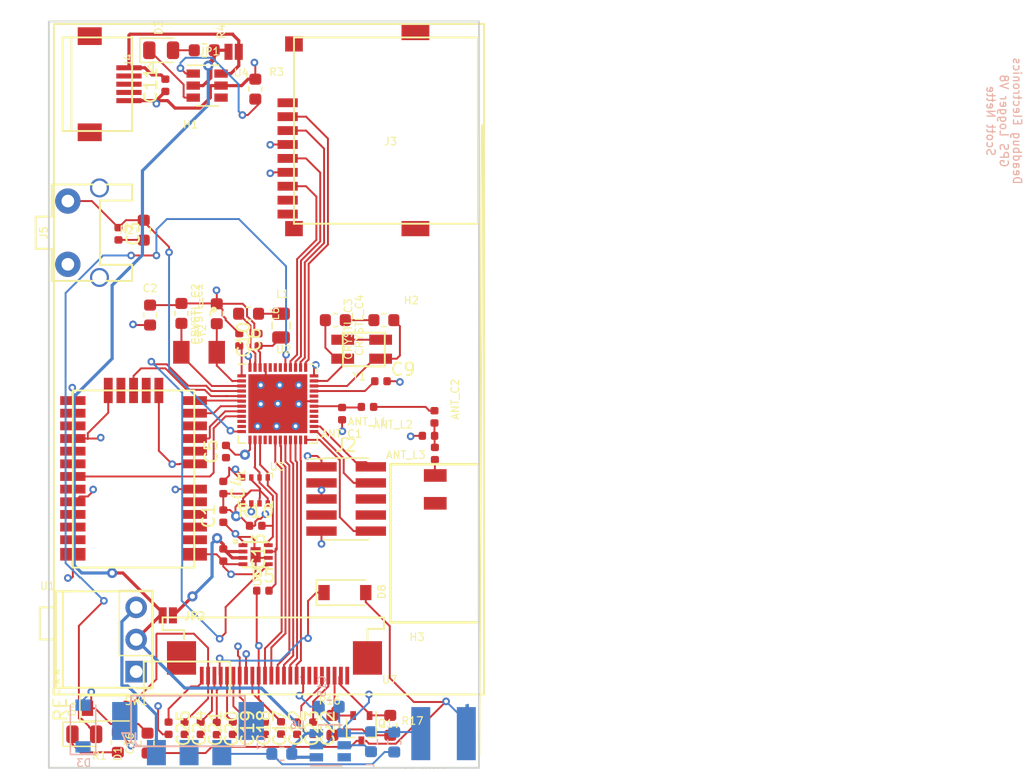
<source format=kicad_pcb>
(kicad_pcb (version 20171130) (host pcbnew "(5.0.1)-rc2")
  (layers (0 F.Cu signal) (1 In1.Cu signal hide) (2 In2.Cu signal hide) (31 B.Cu signal hide) (34 B.Paste user) (35 F.Paste user) (36 B.SilkS user) (37 F.SilkS user) (38 B.Mask user) (39 F.Mask user) (44 Edge.Cuts user))
  (net 0 "")
  (net 1 BattRtn)
  (net 2 "Net-(D1-Pad1)")
  (net 3 "Net-(D2-Pad1)")
  (net 4 BattPwr)
  (net 5 Fun_Btn_1_P23)
  (net 6 SCL)
  (net 7 SDA)
  (net 8 "Net-(U1-Pad16)")
  (net 9 /BatteryManagement/NTC)
  (net 10 Vdd)
  (net 11 /DEC1)
  (net 12 /DEC2)
  (net 13 /DEC3)
  (net 14 /DEC4)
  (net 15 "Net-(C16-Pad1)")
  (net 16 LED1_P2)
  (net 17 /RESET)
  (net 18 /SWDCLK)
  (net 19 /SWDIO)
  (net 20 /SPI_MISO)
  (net 21 /SPI_CLK)
  (net 22 /SPI_MOSI)
  (net 23 /SPI_EINK_CS)
  (net 24 "Net-(ANT1-Pad1)")
  (net 25 /EINK_BUSY)
  (net 26 /EINK_RST)
  (net 27 /EINK_DC)
  (net 28 /GPS_Reset)
  (net 29 /GPS_ExtInt)
  (net 30 USB_PWR)
  (net 31 UART_RX)
  (net 32 UART_TX)
  (net 33 /GPS_TimePulse)
  (net 34 ALRT)
  (net 35 "Net-(ANT_C1-Pad1)")
  (net 36 "Net-(ANT_C2-Pad2)")
  (net 37 "Net-(ANT_C2-Pad1)")
  (net 38 "Net-(C16-Pad2)")
  (net 39 /EINK/VDD)
  (net 40 /EINK/VPP)
  (net 41 /EINK/VSH)
  (net 42 /EINK/PREVGH)
  (net 43 /EINK/VSL)
  (net 44 "Net-(C22-Pad1)")
  (net 45 "Net-(C23-Pad1)")
  (net 46 /EINK/PREVGL)
  (net 47 /EINK/VCOM)
  (net 48 "Net-(CRYSTL_C1-Pad1)")
  (net 49 "Net-(CRYSTL_C2-Pad1)")
  (net 50 "Net-(CRYSTL_C3-Pad2)")
  (net 51 "Net-(CRYSTL_C4-Pad2)")
  (net 52 "Net-(D2-Pad2)")
  (net 53 /SD_CS)
  (net 54 "Net-(L1-Pad2)")
  (net 55 "Net-(L6-Pad2)")
  (net 56 "Net-(L7-Pad1)")
  (net 57 /EINK/GDR)
  (net 58 /EINK/RESE)
  (net 59 /BatteryManagement/BattInt)
  (net 60 /BatteryManagement/Batt+)
  (net 61 "Net-(ANT1-Pad2)")
  (net 62 "Net-(J2-Pad6)")
  (net 63 "Net-(J2-Pad7)")
  (net 64 "Net-(J2-Pad8)")
  (net 65 "Net-(J3-Pad8)")
  (net 66 "Net-(J3-Pad1)")
  (net 67 "Net-(J4-Pad4)")
  (net 68 "Net-(J4-Pad3)")
  (net 69 "Net-(J4-Pad2)")
  (net 70 "Net-(SW1-Pad1)")
  (net 71 "Net-(U1-Pad30)")
  (net 72 "Net-(U1-Pad8)")
  (net 73 "Net-(U2-Pad10)")
  (net 74 "Net-(U2-Pad11)")
  (net 75 "Net-(U2-Pad16)")
  (net 76 "Net-(U2-Pad29)")
  (net 77 "Net-(U2-Pad44)")
  (net 78 "Net-(U7-Pad1)")
  (net 79 "Net-(U7-Pad6)")
  (net 80 "Net-(U7-Pad7)")
  (net 81 "Net-(U7-Pad25)")
  (net 82 "Net-(U7-Pad26)")
  (net 83 "Net-(U2-Pad17)")
  (net 84 /EINK_SPI_MOSI)
  (net 85 /EINK_SPI_CLK)
  (net 86 "Net-(U2-Pad27)")
  (net 87 "Net-(U2-Pad28)")
  (net 88 "Net-(U2-Pad42)")
  (net 89 "Net-(U2-Pad43)")
  (net 90 "Net-(J7-Pad2)")
  (net 91 "Net-(U4-Pad4)")
  (module CustomFP:ebay_RA_Mom_switch (layer F.Cu) (at 132.5 79.7 90)
    (fp_text reference J5 (at 0 -1.905 90) (layer F.SilkS) (effects (font (size 0.6 0.6) (thickness 0.09))))
    (fp_text value BTN1)
    (pad 1 thru_hole circle (at 2.5 0 90) (size 2 2) (drill 1) (layers *.Cu *.Mask) (net 5 Fun_Btn_1_P23))
    (pad 2 thru_hole circle (at -2.5 0 90) (size 2 2) (drill 1) (layers *.Cu *.Mask) (net 10 Vdd))
    (pad "" np_thru_hole circle (at 3.54 2.5 90) (size 1.5 1.5) (drill 1.15) (layers *.Cu *.Mask))
    (pad "" np_thru_hole circle (at -3.54 2.5 90) (size 1.5 1.5) (drill 1.15) (layers *.Cu *.Mask))
  )
  (module CustomFP:SRN5040TA-680K (layer B.Cu) (at 160.4 119.3)
    (fp_text reference EINK_L1 (at 0.25 3.05) (layer B.SilkS) (effects (font (size 0.6 0.6) (thickness 0.09)) (justify mirror)))
    (fp_text value 68uH)
    (pad 1 smd rect (at 0 0) (size 1.5 4.2) (layers B.Cu B.Paste B.Mask) (net 10 Vdd))
    (pad 2 smd rect (at 3.6 0) (size 1.5 4.2) (layers B.Cu B.Paste B.Mask) (net 38 "Net-(C16-Pad2)"))
  )
  (module Capacitor_SMD:C_0603_1608Metric (layer B.Cu) (at 149.4125 120.9 180)
    (fp_text reference C7 (at 1.6085 0.9085 90) (layer B.SilkS) (effects (font (size 0.6 0.6) (thickness 0.09)) (justify mirror)))
    (fp_text value 4.7u)
    (pad 1 smd roundrect (at -0.7875 0 180) (size 0.875 0.95) (layers B.Cu B.Paste B.Mask) (net 60 /BatteryManagement/Batt+))
    (pad 2 smd roundrect (at 0.7875 0 180) (size 0.875 0.95) (layers B.Cu B.Paste B.Mask) (net 1 BattRtn))
  )
  (module CustomFP:pogo_3pin (layer B.Cu) (at 137.5 120.3)
    (fp_text reference J7 (at 0 -0.5) (layer B.SilkS) (effects (justify mirror)))
    (fp_text value Batt_Connector)
    (pad ~ smd rect (at 9.5 -2) (size 2 3) (layers B.Cu B.Paste B.Mask))
    (pad ~ smd rect (at -0.5 -2) (size 2 3) (layers B.Cu B.Paste B.Mask))
    (pad 3 smd rect (at 2 0.5) (size 1.5 2) (layers B.Cu B.Paste B.Mask) (net 59 /BatteryManagement/BattInt))
    (pad 2 smd rect (at 4.585 0.5) (size 1.5 2) (layers B.Cu B.Paste B.Mask) (net 90 "Net-(J7-Pad2)"))
    (pad 1 smd rect (at 7.17 0.5) (size 1.5 2) (layers B.Cu B.Paste B.Mask) (net 1 BattRtn))
  )
  (module CustomFP:liion_1300mah (layer F.Cu) (at 131.4 116.2 90)
    (fp_text reference REF** (at 0 0.5 90) (layer F.SilkS))
    (fp_text value liion_1300mah)
  )
  (module Package_TO_SOT_SMD:SOT-323_SC-70 (layer F.Cu) (at 155.702 118.872 270)
    (fp_text reference Q1 (at -0.365 -1.9045 180) (layer F.SilkS) (effects (font (size 0.6 0.6) (thickness 0.09))))
    (fp_text value Q_NMOS_GSD)
    (pad 1 smd rect (at -1 -0.65 180) (size 0.45 0.7) (layers F.Cu F.Paste F.Mask) (net 57 /EINK/GDR))
    (pad 2 smd rect (at -1 0.65 180) (size 0.45 0.7) (layers F.Cu F.Paste F.Mask) (net 58 /EINK/RESE))
    (pad 3 smd rect (at 1 0 180) (size 0.45 0.7) (layers F.Cu F.Paste F.Mask) (net 38 "Net-(C16-Pad2)"))
  )
  (module CustomFP:microSD_ebay (layer F.Cu) (at 150.376 71.628 90)
    (fp_text reference J3 (at -0.858 7.634) (layer F.SilkS) (effects (font (size 0.6 0.6) (thickness 0.09))))
    (fp_text value Micro_SD_Card)
    (pad "" smd rect (at 7.75 9.6 90) (size 1.2 2.2) (layers F.Cu F.Paste F.Mask))
    (pad "" smd rect (at -7.75 9.6 90) (size 1.2 2.2) (layers F.Cu F.Paste F.Mask))
    (pad "" np_thru_hole circle (at -4.93 10 90) (size 1.1 1.1) (drill 1.1) (layers *.Cu *.Mask))
    (pad "" np_thru_hole circle (at 3.05 10 90) (size 1.1 1.1) (drill 1.1) (layers *.Cu *.Mask))
    (pad "" smd rect (at 6.85 0 90) (size 1.2 1.4) (layers F.Cu F.Paste F.Mask))
    (pad "" smd rect (at -7.75 0 90) (size 1.2 1.4) (layers F.Cu F.Paste F.Mask))
    (pad Cd smd rect (at -6.6 -0.5 90) (size 0.7 1.6) (layers F.Cu F.Paste F.Mask))
    (pad 8 smd rect (at -5.5 -0.5 90) (size 0.7 1.6) (layers F.Cu F.Paste F.Mask) (net 65 "Net-(J3-Pad8)"))
    (pad 7 smd rect (at -4.4 -0.5 90) (size 0.7 1.6) (layers F.Cu F.Paste F.Mask) (net 20 /SPI_MISO))
    (pad 6 smd rect (at -3.3 -0.5 90) (size 0.7 1.6) (layers F.Cu F.Paste F.Mask) (net 1 BattRtn))
    (pad 5 smd rect (at -2.2 -0.5 90) (size 0.7 1.6) (layers F.Cu F.Paste F.Mask) (net 21 /SPI_CLK))
    (pad 4 smd rect (at -1.1 -0.5 90) (size 0.7 1.6) (layers F.Cu F.Paste F.Mask) (net 10 Vdd))
    (pad 1 smd rect (at 2.2 -0.5 90) (size 0.7 1.6) (layers F.Cu F.Paste F.Mask) (net 66 "Net-(J3-Pad1)"))
    (pad 2 smd rect (at 1.1 -0.5 90) (size 0.7 1.6) (layers F.Cu F.Paste F.Mask) (net 53 /SD_CS))
    (pad 3 smd rect (at 0 -0.5 90) (size 0.7 1.6) (layers F.Cu F.Paste F.Mask) (net 22 /SPI_MOSI))
  )
  (module Diode_SMD:D_SOD-123 (layer F.Cu) (at 135.7 117.3)
    (fp_text reference D4 (at -2.8575 0.0635 90) (layer F.SilkS) (effects (font (size 0.6 0.6) (thickness 0.09))))
    (fp_text value MBR0530)
    (pad 1 smd rect (at -1.65 0) (size 0.9 1.2) (layers F.Cu F.Paste F.Mask) (net 15 "Net-(C16-Pad1)"))
    (pad 2 smd rect (at 1.65 0) (size 0.9 1.2) (layers F.Cu F.Paste F.Mask) (net 46 /EINK/PREVGL))
  )
  (module Diode_SMD:D_SOD-123 (layer F.Cu) (at 154.4 108.15)
    (fp_text reference D8 (at 2.921 -0.0635 -90) (layer F.SilkS) (effects (font (size 0.6 0.6) (thickness 0.09))))
    (fp_text value MBR0530)
    (pad 1 smd rect (at -1.65 0) (size 0.9 1.2) (layers F.Cu F.Paste F.Mask) (net 42 /EINK/PREVGH))
    (pad 2 smd rect (at 1.65 0) (size 0.9 1.2) (layers F.Cu F.Paste F.Mask) (net 38 "Net-(C16-Pad2)"))
  )
  (module Diode_SMD:D_SOD-123 (layer B.Cu) (at 133.7 118.7 90)
    (fp_text reference D3 (at -2.921 0.058 180) (layer B.SilkS) (effects (font (size 0.6 0.6) (thickness 0.09)) (justify mirror)))
    (fp_text value MBR0530)
    (pad 2 smd rect (at 1.65 0 90) (size 0.9 1.2) (layers B.Cu B.Paste B.Mask) (net 15 "Net-(C16-Pad1)"))
    (pad 1 smd rect (at -1.65 0 90) (size 0.9 1.2) (layers B.Cu B.Paste B.Mask) (net 1 BattRtn))
  )
  (module LED_SMD:LED_0805_2012Metric (layer F.Cu) (at 133.8 119.35)
    (fp_text reference D1 (at 2.6393 1.5494 90) (layer F.SilkS) (effects (font (size 0.6 0.6) (thickness 0.09))))
    (fp_text value LED_B)
    (pad 2 smd roundrect (at 0.9375 0) (size 0.975 1.4) (layers F.Cu F.Paste F.Mask) (net 16 LED1_P2))
    (pad 1 smd roundrect (at -0.9375 0) (size 0.975 1.4) (layers F.Cu F.Paste F.Mask) (net 2 "Net-(D1-Pad1)"))
  )
  (module LED_SMD:LED_0805_2012Metric (layer F.Cu) (at 139.8755 65.278)
    (fp_text reference D2 (at -0.1955 -1.7862 -270) (layer F.SilkS) (effects (font (size 0.6 0.6) (thickness 0.09))))
    (fp_text value LED)
    (pad 2 smd roundrect (at 0.9375 0) (size 0.975 1.4) (layers F.Cu F.Paste F.Mask) (net 52 "Net-(D2-Pad2)"))
    (pad 1 smd roundrect (at -0.9375 0) (size 0.975 1.4) (layers F.Cu F.Paste F.Mask) (net 3 "Net-(D2-Pad1)"))
  )
  (module Inductor_SMD:L_0805_2012Metric (layer F.Cu) (at 149.352 87.0435 90)
    (fp_text reference L1 (at 2.495 0.1325 180) (layer F.SilkS) (effects (font (size 0.6 0.6) (thickness 0.09))))
    (fp_text value 10nH)
    (pad 2 smd roundrect (at 0.9375 0 90) (size 0.975 1.4) (layers F.Cu F.Paste F.Mask) (net 54 "Net-(L1-Pad2)"))
    (pad 1 smd roundrect (at -0.9375 0 90) (size 0.975 1.4) (layers F.Cu F.Paste F.Mask) (net 14 /DEC4))
  )
  (module Package_DFN_QFN:QFN-48-1EP_6x6mm_P0.4mm_EP4.66x4.66mm (layer F.Cu) (at 149.098 93.218)
    (fp_text reference U2 (at 0.456074 -4.281526) (layer F.SilkS) (effects (font (size 0.6 0.6) (thickness 0.09))))
    (fp_text value nRF52832-QFxx)
    (pad 49 smd rect (at 0 0) (size 4.66 4.66) (layers F.Cu F.Mask) (net 1 BattRtn))
    (pad 1 smd rect (at -2.86 -2.2) (size 0.68 0.25) (layers F.Cu F.Paste F.Mask) (net 11 /DEC1))
    (pad 2 smd rect (at -2.86 -1.8) (size 0.68 0.25) (layers F.Cu F.Paste F.Mask) (net 48 "Net-(CRYSTL_C1-Pad1)"))
    (pad 3 smd rect (at -2.86 -1.4) (size 0.68 0.25) (layers F.Cu F.Paste F.Mask) (net 49 "Net-(CRYSTL_C2-Pad1)"))
    (pad 4 smd rect (at -2.86 -1) (size 0.68 0.25) (layers F.Cu F.Paste F.Mask) (net 34 ALRT))
    (pad 5 smd rect (at -2.86 -0.6) (size 0.68 0.25) (layers F.Cu F.Paste F.Mask) (net 33 /GPS_TimePulse))
    (pad 6 smd rect (at -2.86 -0.2) (size 0.68 0.25) (layers F.Cu F.Paste F.Mask) (net 32 UART_TX))
    (pad 7 smd rect (at -2.86 0.2) (size 0.68 0.25) (layers F.Cu F.Paste F.Mask) (net 31 UART_RX))
    (pad 8 smd rect (at -2.86 0.6) (size 0.68 0.25) (layers F.Cu F.Paste F.Mask) (net 28 /GPS_Reset))
    (pad 9 smd rect (at -2.86 1) (size 0.68 0.25) (layers F.Cu F.Paste F.Mask) (net 29 /GPS_ExtInt))
    (pad 10 smd rect (at -2.86 1.4) (size 0.68 0.25) (layers F.Cu F.Paste F.Mask) (net 73 "Net-(U2-Pad10)"))
    (pad 11 smd rect (at -2.86 1.8) (size 0.68 0.25) (layers F.Cu F.Paste F.Mask) (net 74 "Net-(U2-Pad11)"))
    (pad 12 smd rect (at -2.86 2.2) (size 0.68 0.25) (layers F.Cu F.Paste F.Mask) (net 5 Fun_Btn_1_P23))
    (pad 13 smd rect (at -2.2 2.86) (size 0.25 0.68) (layers F.Cu F.Paste F.Mask) (net 10 Vdd))
    (pad 14 smd rect (at -1.8 2.86) (size 0.25 0.68) (layers F.Cu F.Paste F.Mask) (net 7 SDA))
    (pad 15 smd rect (at -1.4 2.86) (size 0.25 0.68) (layers F.Cu F.Paste F.Mask) (net 6 SCL))
    (pad 16 smd rect (at -1 2.86) (size 0.25 0.68) (layers F.Cu F.Paste F.Mask) (net 75 "Net-(U2-Pad16)"))
    (pad 17 smd rect (at -0.6 2.86) (size 0.25 0.68) (layers F.Cu F.Paste F.Mask) (net 83 "Net-(U2-Pad17)"))
    (pad 18 smd rect (at -0.2 2.86) (size 0.25 0.68) (layers F.Cu F.Paste F.Mask) (net 84 /EINK_SPI_MOSI))
    (pad 19 smd rect (at 0.2 2.86) (size 0.25 0.68) (layers F.Cu F.Paste F.Mask) (net 85 /EINK_SPI_CLK))
    (pad 20 smd rect (at 0.6 2.86) (size 0.25 0.68) (layers F.Cu F.Paste F.Mask) (net 23 /SPI_EINK_CS))
    (pad 21 smd rect (at 1 2.86) (size 0.25 0.68) (layers F.Cu F.Paste F.Mask) (net 27 /EINK_DC))
    (pad 22 smd rect (at 1.4 2.86) (size 0.25 0.68) (layers F.Cu F.Paste F.Mask) (net 26 /EINK_RST))
    (pad 23 smd rect (at 1.8 2.86) (size 0.25 0.68) (layers F.Cu F.Paste F.Mask) (net 25 /EINK_BUSY))
    (pad 24 smd rect (at 2.2 2.86) (size 0.25 0.68) (layers F.Cu F.Paste F.Mask) (net 17 /RESET))
    (pad 25 smd rect (at 2.86 2.2) (size 0.68 0.25) (layers F.Cu F.Paste F.Mask) (net 18 /SWDCLK))
    (pad 26 smd rect (at 2.86 1.8) (size 0.68 0.25) (layers F.Cu F.Paste F.Mask) (net 19 /SWDIO))
    (pad 27 smd rect (at 2.86 1.4) (size 0.68 0.25) (layers F.Cu F.Paste F.Mask) (net 86 "Net-(U2-Pad27)"))
    (pad 28 smd rect (at 2.86 1) (size 0.68 0.25) (layers F.Cu F.Paste F.Mask) (net 87 "Net-(U2-Pad28)"))
    (pad 29 smd rect (at 2.86 0.6) (size 0.68 0.25) (layers F.Cu F.Paste F.Mask) (net 76 "Net-(U2-Pad29)"))
    (pad 30 smd rect (at 2.86 0.2) (size 0.68 0.25) (layers F.Cu F.Paste F.Mask) (net 35 "Net-(ANT_C1-Pad1)"))
    (pad 31 smd rect (at 2.86 -0.2) (size 0.68 0.25) (layers F.Cu F.Paste F.Mask) (net 1 BattRtn))
    (pad 32 smd rect (at 2.86 -0.6) (size 0.68 0.25) (layers F.Cu F.Paste F.Mask) (net 12 /DEC2))
    (pad 33 smd rect (at 2.86 -1) (size 0.68 0.25) (layers F.Cu F.Paste F.Mask) (net 13 /DEC3))
    (pad 34 smd rect (at 2.86 -1.4) (size 0.68 0.25) (layers F.Cu F.Paste F.Mask) (net 50 "Net-(CRYSTL_C3-Pad2)"))
    (pad 35 smd rect (at 2.86 -1.8) (size 0.68 0.25) (layers F.Cu F.Paste F.Mask) (net 51 "Net-(CRYSTL_C4-Pad2)"))
    (pad 36 smd rect (at 2.86 -2.2) (size 0.68 0.25) (layers F.Cu F.Paste F.Mask) (net 10 Vdd))
    (pad 37 smd rect (at 2.2 -2.86) (size 0.25 0.68) (layers F.Cu F.Paste F.Mask) (net 53 /SD_CS))
    (pad 38 smd rect (at 1.8 -2.86) (size 0.25 0.68) (layers F.Cu F.Paste F.Mask) (net 22 /SPI_MOSI))
    (pad 39 smd rect (at 1.4 -2.86) (size 0.25 0.68) (layers F.Cu F.Paste F.Mask) (net 21 /SPI_CLK))
    (pad 40 smd rect (at 1 -2.86) (size 0.25 0.68) (layers F.Cu F.Paste F.Mask) (net 20 /SPI_MISO))
    (pad 41 smd rect (at 0.6 -2.86) (size 0.25 0.68) (layers F.Cu F.Paste F.Mask) (net 16 LED1_P2))
    (pad 42 smd rect (at 0.2 -2.86) (size 0.25 0.68) (layers F.Cu F.Paste F.Mask) (net 88 "Net-(U2-Pad42)"))
    (pad 43 smd rect (at -0.2 -2.86) (size 0.25 0.68) (layers F.Cu F.Paste F.Mask) (net 89 "Net-(U2-Pad43)"))
    (pad 44 smd rect (at -0.6 -2.86) (size 0.25 0.68) (layers F.Cu F.Paste F.Mask) (net 77 "Net-(U2-Pad44)"))
    (pad 45 smd rect (at -1 -2.86) (size 0.25 0.68) (layers F.Cu F.Paste F.Mask) (net 1 BattRtn))
    (pad 46 smd rect (at -1.4 -2.86) (size 0.25 0.68) (layers F.Cu F.Paste F.Mask) (net 14 /DEC4))
    (pad 47 smd rect (at -1.8 -2.86) (size 0.25 0.68) (layers F.Cu F.Paste F.Mask) (net 55 "Net-(L6-Pad2)"))
    (pad 48 smd rect (at -2.2 -2.86) (size 0.25 0.68) (layers F.Cu F.Paste F.Mask) (net 10 Vdd))
  )
  (module Package_TO_SOT_SMD:SOT-23-6 (layer B.Cu) (at 153.246 120.218)
    (fp_text reference U6 (at -2.6 -1.6) (layer B.SilkS) (effects (font (size 0.6 0.6) (thickness 0.09)) (justify mirror)))
    (fp_text value LM3671)
    (pad 5 smd rect (at 1.1 0) (size 1.06 0.65) (layers B.Cu B.Paste B.Mask) (net 56 "Net-(L7-Pad1)"))
    (pad 6 smd rect (at 1.1 0.95) (size 1.06 0.65) (layers B.Cu B.Paste B.Mask))
    (pad 4 smd rect (at 1.1 -0.95) (size 1.06 0.65) (layers B.Cu B.Paste B.Mask) (net 10 Vdd))
    (pad 3 smd rect (at -1.1 -0.95) (size 1.06 0.65) (layers B.Cu B.Paste B.Mask) (net 60 /BatteryManagement/Batt+))
    (pad 2 smd rect (at -1.1 0) (size 1.06 0.65) (layers B.Cu B.Paste B.Mask) (net 1 BattRtn))
    (pad 1 smd rect (at -1.1 0.95) (size 1.06 0.65) (layers B.Cu B.Paste B.Mask) (net 60 /BatteryManagement/Batt+))
  )
  (module Jumpers:SMT-JUMPER_2_NO_NO-SILK (layer F.Cu) (at 145.6064 65.4 180)
    (fp_text reference JP1 (at 1.913 0.026 180) (layer F.SilkS) (effects (font (size 0.6 0.6) (thickness 0.09))))
    (fp_text value Jumper_NO_Small hide)
    (pad 2 smd rect (at 0.4064 0 180) (size 0.635 1.27) (layers F.Cu F.Mask) (net 60 /BatteryManagement/Batt+))
    (pad 1 smd rect (at -0.4064 0 180) (size 0.635 1.27) (layers F.Cu F.Mask) (net 30 USB_PWR))
  )
  (module Resistor_SMD:R_0603_1608Metric (layer F.Cu) (at 138.5 79.5 270)
    (fp_text reference R2 (at -0.0055 1.338) (layer F.SilkS) (effects (font (size 0.6 0.6) (thickness 0.09))))
    (fp_text value 10k)
    (pad 2 smd roundrect (at 0.7875 0 270) (size 0.875 0.95) (layers F.Cu F.Paste F.Mask) (net 1 BattRtn))
    (pad 1 smd roundrect (at -0.7875 0 270) (size 0.875 0.95) (layers F.Cu F.Paste F.Mask) (net 5 Fun_Btn_1_P23))
  )
  (module Resistor_SMD:R_0603_1608Metric (layer F.Cu) (at 147.32 68.3515 270)
    (fp_text reference R3 (at -1.3515 -1.68 180) (layer F.SilkS) (effects (font (size 0.6 0.6) (thickness 0.09))))
    (fp_text value 10k)
    (pad 2 smd roundrect (at 0.7875 0 270) (size 0.875 0.95) (layers F.Cu F.Paste F.Mask) (net 9 /BatteryManagement/NTC))
    (pad 1 smd roundrect (at -0.7875 0 270) (size 0.875 0.95) (layers F.Cu F.Paste F.Mask) (net 1 BattRtn))
  )
  (module Resistor_SMD:R_0603_1608Metric (layer F.Cu) (at 143.2815 65.278 180)
    (fp_text reference R4 (at -1.3463 1.4732 90) (layer F.SilkS) (effects (font (size 0.6 0.6) (thickness 0.09))))
    (fp_text value 330)
    (pad 2 smd roundrect (at 0.7875 0 180) (size 0.875 0.95) (layers F.Cu F.Paste F.Mask) (net 52 "Net-(D2-Pad2)"))
    (pad 1 smd roundrect (at -0.7875 0 180) (size 0.875 0.95) (layers F.Cu F.Paste F.Mask) (net 60 /BatteryManagement/Batt+))
  )
  (module Resistor_SMD:R_0603_1608Metric (layer F.Cu) (at 153.416 118.6435 270)
    (fp_text reference R16 (at -1.9519 0.2168 180) (layer F.SilkS) (effects (font (size 0.6 0.6) (thickness 0.09))))
    (fp_text value 0.47)
    (pad 2 smd roundrect (at 0.7875 0 270) (size 0.875 0.95) (layers F.Cu F.Paste F.Mask) (net 1 BattRtn))
    (pad 1 smd roundrect (at -0.7875 0 270) (size 0.875 0.95) (layers F.Cu F.Paste F.Mask) (net 58 /EINK/RESE))
  )
  (module Resistor_SMD:R_0603_1608Metric (layer F.Cu) (at 157.988 118.6435 270)
    (fp_text reference R17 (at -0.3519 -1.756 180) (layer F.SilkS) (effects (font (size 0.6 0.6) (thickness 0.09))))
    (fp_text value 10k)
    (pad 2 smd roundrect (at 0.7875 0 270) (size 0.875 0.95) (layers F.Cu F.Paste F.Mask) (net 1 BattRtn))
    (pad 1 smd roundrect (at -0.7875 0 270) (size 0.875 0.95) (layers F.Cu F.Paste F.Mask) (net 57 /EINK/GDR))
  )
  (module CustomFP:ECS-320-12-33Q (layer F.Cu) (at 157.226 89.662 180)
    (fp_text reference Y1 (at 1.7 -1.4 180) (layer F.SilkS) (effects (font (size 0.6 0.6) (thickness 0.09))))
    (fp_text value 32MHz)
    (pad 3 smd rect (at 3 1.5 180) (size 1.8 0.8) (layers F.Cu F.Paste F.Mask))
    (pad 4 smd rect (at 0 1.5 180) (size 1.8 0.8) (layers F.Cu F.Paste F.Mask))
    (pad 2 smd rect (at 3 0 180) (size 1.8 0.8) (layers F.Cu F.Paste F.Mask) (net 51 "Net-(CRYSTL_C4-Pad2)"))
    (pad 1 smd rect (at 0 0 180) (size 1.8 0.8) (layers F.Cu F.Paste F.Mask) (net 50 "Net-(CRYSTL_C3-Pad2)"))
  )
  (module CustomFP:TFE322P32K7680R (layer F.Cu) (at 144.272 89.154 180)
    (fp_text reference Y2 (at 1.1625 1.694 -90) (layer F.SilkS) (effects (font (size 0.6 0.6) (thickness 0.09))))
    (fp_text value 32.768kHz)
    (pad 2 smd rect (at 2.8 0 180) (size 1.3 1.8) (layers F.Cu F.Paste F.Mask) (net 49 "Net-(CRYSTL_C2-Pad1)"))
    (pad 1 smd rect (at 0 0 180) (size 1.3 1.8) (layers F.Cu F.Paste F.Mask) (net 48 "Net-(CRYSTL_C1-Pad1)"))
  )
  (module Capacitor_SMD:C_0402_1005Metric (layer F.Cu) (at 154.178 94.003 270)
    (fp_text reference ANT_C1 (at 1.594 0.0291) (layer F.SilkS) (effects (font (size 0.6 0.6) (thickness 0.09))))
    (fp_text value 0.8pF)
    (pad 1 smd roundrect (at -0.485 0 270) (size 0.59 0.64) (layers F.Cu F.Paste F.Mask) (net 35 "Net-(ANT_C1-Pad1)"))
    (pad 2 smd roundrect (at 0.485 0 270) (size 0.59 0.64) (layers F.Cu F.Paste F.Mask) (net 1 BattRtn))
  )
  (module Capacitor_SMD:C_0402_1005Metric (layer F.Cu) (at 161.4805 94.257 270)
    (fp_text reference ANT_C2 (at -1.385 -1.6355 90) (layer F.SilkS) (effects (font (size 0.6 0.6) (thickness 0.09))))
    (fp_text value 1.2pF)
    (pad 2 smd roundrect (at 0.485 0 270) (size 0.59 0.64) (layers F.Cu F.Paste F.Mask) (net 36 "Net-(ANT_C2-Pad2)"))
    (pad 1 smd roundrect (at -0.485 0 270) (size 0.59 0.64) (layers F.Cu F.Paste F.Mask) (net 37 "Net-(ANT_C2-Pad1)"))
  )
  (module Inductor_SMD:L_0402_1005Metric (layer F.Cu) (at 156.187 93.472 180)
    (fp_text reference ANT_L1 (at 0 -1.17 180) (layer F.SilkS) (effects (font (size 0.6 0.6) (thickness 0.09))))
    (fp_text value 3.9nH)
    (pad 1 smd roundrect (at -0.485 0 180) (size 0.59 0.64) (layers F.Cu F.Paste F.Mask) (net 37 "Net-(ANT_C2-Pad1)"))
    (pad 2 smd roundrect (at 0.485 0 180) (size 0.59 0.64) (layers F.Cu F.Paste F.Mask) (net 35 "Net-(ANT_C1-Pad1)"))
  )
  (module Inductor_SMD:L_0402_1005Metric (layer F.Cu) (at 161.0082 95.758)
    (fp_text reference ANT_L2 (at -2.7922 -0.886) (layer F.SilkS) (effects (font (size 0.6 0.6) (thickness 0.09))))
    (fp_text value 2.7nH)
    (pad 2 smd roundrect (at 0.485 0) (size 0.59 0.64) (layers F.Cu F.Paste F.Mask) (net 36 "Net-(ANT_C2-Pad2)"))
    (pad 1 smd roundrect (at -0.485 0) (size 0.59 0.64) (layers F.Cu F.Paste F.Mask) (net 1 BattRtn))
  )
  (module Inductor_SMD:L_0402_1005Metric (layer F.Cu) (at 161.516 97.157 90)
    (fp_text reference ANT_L3 (at -0.115 -2.3 180) (layer F.SilkS) (effects (font (size 0.6 0.6) (thickness 0.09))))
    (fp_text value 3.3nH)
    (pad 1 smd roundrect (at -0.485 0 90) (size 0.59 0.64) (layers F.Cu F.Paste F.Mask) (net 24 "Net-(ANT1-Pad1)"))
    (pad 2 smd roundrect (at 0.485 0 90) (size 0.59 0.64) (layers F.Cu F.Paste F.Mask) (net 36 "Net-(ANT_C2-Pad2)"))
  )
  (module Capacitor_SMD:C_0603_1608Metric (layer F.Cu) (at 139 86.2125 90)
    (fp_text reference C2 (at 2.121 0 -180) (layer F.SilkS) (effects (font (size 0.6 0.6) (thickness 0.09))))
    (fp_text value 4.7uF)
    (pad 1 smd roundrect (at -0.7875 0 90) (size 0.875 0.95) (layers F.Cu F.Paste F.Mask) (net 10 Vdd))
    (pad 2 smd roundrect (at 0.7875 0 90) (size 0.875 0.95) (layers F.Cu F.Paste F.Mask) (net 1 BattRtn))
  )
  (module Capacitor_SMD:C_0603_1608Metric (layer B.Cu) (at 158.3 119.964 270)
    (fp_text reference C14 (at 3.369 -0.1147 270) (layer B.SilkS) (effects (font (size 0.6 0.6) (thickness 0.09)) (justify mirror)))
    (fp_text value 10u)
    (pad 2 smd roundrect (at 0.7875 0 270) (size 0.875 0.95) (layers B.Cu B.Paste B.Mask) (net 1 BattRtn))
    (pad 1 smd roundrect (at -0.7875 0 270) (size 0.875 0.95) (layers B.Cu B.Paste B.Mask) (net 10 Vdd))
  )
  (module Capacitor_SMD:C_0603_1608Metric (layer B.Cu) (at 153.162 117.17 180)
    (fp_text reference C15 (at 0.581 1.6045 270) (layer B.SilkS) (effects (font (size 0.6 0.6) (thickness 0.09)) (justify mirror)))
    (fp_text value 4.7u)
    (pad 1 smd roundrect (at -0.7875 0 180) (size 0.875 0.95) (layers B.Cu B.Paste B.Mask) (net 10 Vdd))
    (pad 2 smd roundrect (at 0.7875 0 180) (size 0.875 0.95) (layers B.Cu B.Paste B.Mask) (net 1 BattRtn))
  )
  (module Capacitor_SMD:C_0603_1608Metric (layer F.Cu) (at 138.8 120.05 270)
    (fp_text reference C16 (at 0.0255 1.397 90) (layer F.SilkS) (effects (font (size 0.6 0.6) (thickness 0.09))))
    (fp_text value 100n)
    (pad 2 smd roundrect (at 0.7875 0 270) (size 0.875 0.95) (layers F.Cu F.Paste F.Mask) (net 38 "Net-(C16-Pad2)"))
    (pad 1 smd roundrect (at -0.7875 0 270) (size 0.875 0.95) (layers F.Cu F.Paste F.Mask) (net 15 "Net-(C16-Pad1)"))
  )
  (module Capacitor_SMD:C_0603_1608Metric (layer F.Cu) (at 144.272 86.106 90)
    (fp_text reference CRYSTL_C1 (at 0 -1.43 90) (layer F.SilkS) (effects (font (size 0.6 0.6) (thickness 0.09))))
    (fp_text value 12p)
    (pad 2 smd roundrect (at 0.7875 0 90) (size 0.875 0.95) (layers F.Cu F.Paste F.Mask) (net 1 BattRtn))
    (pad 1 smd roundrect (at -0.7875 0 90) (size 0.875 0.95) (layers F.Cu F.Paste F.Mask) (net 48 "Net-(CRYSTL_C1-Pad1)"))
  )
  (module Capacitor_SMD:C_0603_1608Metric (layer F.Cu) (at 141.478 86.0805 90)
    (fp_text reference CRYSTL_C2 (at -0.068 1.1175 90) (layer F.SilkS) (effects (font (size 0.6 0.6) (thickness 0.09))))
    (fp_text value 12p)
    (pad 1 smd roundrect (at -0.7875 0 90) (size 0.875 0.95) (layers F.Cu F.Paste F.Mask) (net 49 "Net-(CRYSTL_C2-Pad1)"))
    (pad 2 smd roundrect (at 0.7875 0 90) (size 0.875 0.95) (layers F.Cu F.Paste F.Mask) (net 1 BattRtn))
  )
  (module Capacitor_SMD:C_0603_1608Metric (layer F.Cu) (at 157.48 86.614)
    (fp_text reference CRYSTL_C3 (at -2.8125 0.7 -90) (layer F.SilkS) (effects (font (size 0.6 0.6) (thickness 0.09))))
    (fp_text value 12p)
    (pad 1 smd roundrect (at -0.7875 0) (size 0.875 0.95) (layers F.Cu F.Paste F.Mask) (net 1 BattRtn))
    (pad 2 smd roundrect (at 0.7875 0) (size 0.875 0.95) (layers F.Cu F.Paste F.Mask) (net 50 "Net-(CRYSTL_C3-Pad2)"))
  )
  (module Capacitor_SMD:C_0603_1608Metric (layer F.Cu) (at 153.6445 86.614 180)
    (fp_text reference CRYSTL_C4 (at -1.9 -0.4 -90) (layer F.SilkS) (effects (font (size 0.6 0.6) (thickness 0.09))))
    (fp_text value 12p)
    (pad 1 smd roundrect (at -0.7875 0 180) (size 0.875 0.95) (layers F.Cu F.Paste F.Mask) (net 1 BattRtn))
    (pad 2 smd roundrect (at 0.7875 0 180) (size 0.875 0.95) (layers F.Cu F.Paste F.Mask) (net 51 "Net-(CRYSTL_C4-Pad2)"))
  )
  (module CustomFP:USB_Micro-B_Ebay (layer F.Cu) (at 132.08 64.262 270)
    (fp_text reference J4 (at 1.8 -5.2 90) (layer F.SilkS) (effects (font (size 0.6 0.6) (thickness 0.09))))
    (fp_text value USB_B_Micro)
    (pad 5 smd rect (at 5 -5.25) (size 2 0.4) (layers F.Cu F.Paste F.Mask) (net 1 BattRtn))
    (pad 4 smd rect (at 4.35 -5.25) (size 2 0.4) (layers F.Cu F.Paste F.Mask) (net 67 "Net-(J4-Pad4)"))
    (pad 3 smd rect (at 3.7 -5.25) (size 2 0.4) (layers F.Cu F.Paste F.Mask) (net 68 "Net-(J4-Pad3)"))
    (pad 2 smd rect (at 3.05 -5.25) (size 2 0.4) (layers F.Cu F.Paste F.Mask) (net 69 "Net-(J4-Pad2)"))
    (pad 1 smd rect (at 2.4 -5.25) (size 2 0.4) (layers F.Cu F.Paste F.Mask) (net 30 USB_PWR))
    (pad "" np_thru_hole circle (at 1.7 -4.3) (size 0.85 0.85) (drill 0.85) (layers *.Cu *.Mask))
    (pad "" smd rect (at -0.1 -2.15) (size 1.9 1.4) (layers F.Cu F.Paste F.Mask))
    (pad "" np_thru_hole circle (at 5.7 -4.3) (size 0.85 0.85) (drill 0.85) (layers *.Cu *.Mask))
    (pad "" smd rect (at 7.5 -2.15) (size 1.9 1.4) (layers F.Cu F.Paste F.Mask))
  )
  (module Inductor_SMD:L_0603_1608Metric (layer F.Cu) (at 146.7865 86.106 180)
    (fp_text reference L6 (at -2.097 0.015 -90) (layer F.SilkS) (effects (font (size 0.6 0.6) (thickness 0.09))))
    (fp_text value 15uH)
    (pad 2 smd roundrect (at 0.7875 0 180) (size 0.875 0.95) (layers F.Cu F.Paste F.Mask) (net 55 "Net-(L6-Pad2)"))
    (pad 1 smd roundrect (at -0.7875 0 180) (size 0.875 0.95) (layers F.Cu F.Paste F.Mask) (net 54 "Net-(L1-Pad2)"))
  )
  (module Inductor_SMD:L_0603_1608Metric (layer B.Cu) (at 156.464 119.9385 90)
    (fp_text reference L7 (at -2.2182 -0.0533 90) (layer B.SilkS) (effects (font (size 0.6 0.6) (thickness 0.09)) (justify mirror)))
    (fp_text value INDUCTOR)
    (pad 1 smd roundrect (at -0.7875 0 90) (size 0.875 0.95) (layers B.Cu B.Paste B.Mask) (net 56 "Net-(L7-Pad1)"))
    (pad 2 smd roundrect (at 0.7875 0 90) (size 0.875 0.95) (layers B.Cu B.Paste B.Mask) (net 10 Vdd))
  )
  (module Resistor_SMD:R_0603_1608Metric (layer F.Cu) (at 136.45 119.9875 90)
    (fp_text reference R1 (at -1.053 -1.4485 -180) (layer F.SilkS) (effects (font (size 0.6 0.6) (thickness 0.09))))
    (fp_text value 5.6)
    (pad 1 smd roundrect (at -0.7875 0 90) (size 0.875 0.95) (layers F.Cu F.Paste F.Mask) (net 2 "Net-(D1-Pad1)"))
    (pad 2 smd roundrect (at 0.7875 0 90) (size 0.875 0.95) (layers F.Cu F.Paste F.Mask) (net 10 Vdd))
  )
  (module digikey-footprints:Pressure_Sensor_LGA-8_2.5x2.5mm_BME280 (layer F.Cu) (at 147.328 100.076)
    (fp_text reference U3 (at 1.728 -1.88) (layer F.SilkS) (effects (font (size 0.6 0.6) (thickness 0.09))))
    (fp_text value BME280)
    (pad 1 smd rect (at -0.975 -1.025) (size 0.35 0.5) (layers F.Cu F.Paste F.Mask) (net 1 BattRtn))
    (pad 2 smd rect (at -0.325 -1.025) (size 0.35 0.5) (layers F.Cu F.Paste F.Mask) (net 10 Vdd))
    (pad 3 smd rect (at 0.325 -1.025) (size 0.35 0.5) (layers F.Cu F.Paste F.Mask) (net 7 SDA))
    (pad 4 smd rect (at 0.975 -1.025) (size 0.35 0.5) (layers F.Cu F.Paste F.Mask) (net 6 SCL))
    (pad 5 smd rect (at 0.975 1.024999) (size 0.35 0.5) (layers F.Cu F.Paste F.Mask) (net 10 Vdd))
    (pad 6 smd rect (at 0.325 1.024999) (size 0.35 0.5) (layers F.Cu F.Paste F.Mask) (net 10 Vdd))
    (pad 7 smd rect (at -0.325 1.024999) (size 0.35 0.5) (layers F.Cu F.Paste F.Mask) (net 1 BattRtn))
    (pad 8 smd rect (at -0.975 1.024999) (size 0.35 0.5) (layers F.Cu F.Paste F.Mask) (net 10 Vdd))
  )
  (module Package_TO_SOT_SMD:SOT-23-6 (layer F.Cu) (at 143.51 68.072)
    (fp_text reference U4 (at 2.7 -1) (layer F.SilkS) (effects (font (size 0.6 0.6) (thickness 0.09))))
    (fp_text value BQ21040)
    (pad 1 smd rect (at -1.1 -0.95) (size 1.06 0.65) (layers F.Cu F.Paste F.Mask) (net 9 /BatteryManagement/NTC))
    (pad 2 smd rect (at -1.1 0) (size 1.06 0.65) (layers F.Cu F.Paste F.Mask) (net 60 /BatteryManagement/Batt+))
    (pad 3 smd rect (at -1.1 0.95) (size 1.06 0.65) (layers F.Cu F.Paste F.Mask) (net 3 "Net-(D2-Pad1)"))
    (pad 4 smd rect (at 1.1 0.95) (size 1.06 0.65) (layers F.Cu F.Paste F.Mask) (net 91 "Net-(U4-Pad4)"))
    (pad 6 smd rect (at 1.1 -0.95) (size 1.06 0.65) (layers F.Cu F.Paste F.Mask) (net 30 USB_PWR))
    (pad 5 smd rect (at 1.1 0) (size 1.06 0.65) (layers F.Cu F.Paste F.Mask) (net 1 BattRtn))
  )
  (module CustomFP:TQFN-8_2x2x0.75 (layer F.Cu) (at 146.344 104.156)
    (fp_text reference U5 (at 1.163 2.9055 -90) (layer F.SilkS) (effects (font (size 0.6 0.6) (thickness 0.09))))
    (fp_text value MAX17048)
    (pad 4 smd rect (at 0 1.75 90) (size 0.3 0.7) (layers F.Cu F.Paste F.Mask) (net 1 BattRtn))
    (pad 3 smd rect (at 0 1.25 90) (size 0.3 0.7) (layers F.Cu F.Paste F.Mask) (net 4 BattPwr))
    (pad 2 smd rect (at 0 0.75 90) (size 0.3 0.7) (layers F.Cu F.Paste F.Mask) (net 4 BattPwr))
    (pad 1 smd rect (at 0 0.25 90) (size 0.3 0.7) (layers F.Cu F.Paste F.Mask) (net 1 BattRtn))
    (pad 8 smd rect (at 2 0.25 90) (size 0.3 0.7) (layers F.Cu F.Paste F.Mask) (net 7 SDA))
    (pad 7 smd rect (at 2 0.75 90) (size 0.3 0.7) (layers F.Cu F.Paste F.Mask) (net 6 SCL))
    (pad 6 smd rect (at 2 1.25 90) (size 0.3 0.7) (layers F.Cu F.Paste F.Mask) (net 1 BattRtn))
    (pad 5 smd rect (at 2 1.75 90) (size 0.3 0.7) (layers F.Cu F.Paste F.Mask) (net 34 ALRT))
    (pad 9 smd rect (at 1 1 90) (size 1.2 0.8) (layers F.Cu F.Paste F.Mask) (net 1 BattRtn))
  )
  (module CustomFP:24pin_Flex_bottom (layer F.Cu) (at 154.686 115.316 270)
    (fp_text reference U7 (at -0.28 -3.2475 180) (layer F.SilkS) (effects (font (size 0.6 0.6) (thickness 0.09))))
    (fp_text value 24pin_flex_waveshare)
    (pad 1 smd rect (at -0.6 0.1) (size 0.3 1.4) (layers F.Cu F.Paste F.Mask) (net 78 "Net-(U7-Pad1)"))
    (pad 2 smd rect (at -0.6 0.6) (size 0.3 1.4) (layers F.Cu F.Paste F.Mask) (net 57 /EINK/GDR))
    (pad 3 smd rect (at -0.6 1.1) (size 0.3 1.4) (layers F.Cu F.Paste F.Mask) (net 58 /EINK/RESE))
    (pad 4 smd rect (at -0.6 1.6) (size 0.3 1.4) (layers F.Cu F.Paste F.Mask) (net 44 "Net-(C22-Pad1)"))
    (pad 5 smd rect (at -0.6 2.1) (size 0.3 1.4) (layers F.Cu F.Paste F.Mask) (net 45 "Net-(C23-Pad1)"))
    (pad 6 smd rect (at -0.6 2.6) (size 0.3 1.4) (layers F.Cu F.Paste F.Mask) (net 79 "Net-(U7-Pad6)"))
    (pad 7 smd rect (at -0.6 3.1) (size 0.3 1.4) (layers F.Cu F.Paste F.Mask) (net 80 "Net-(U7-Pad7)"))
    (pad 8 smd rect (at -0.6 3.6) (size 0.3 1.4) (layers F.Cu F.Paste F.Mask) (net 1 BattRtn))
    (pad 9 smd rect (at -0.6 4.1) (size 0.3 1.4) (layers F.Cu F.Paste F.Mask) (net 25 /EINK_BUSY))
    (pad 10 smd rect (at -0.6 4.6) (size 0.3 1.4) (layers F.Cu F.Paste F.Mask) (net 26 /EINK_RST))
    (pad 11 smd rect (at -0.6 5.1) (size 0.3 1.4) (layers F.Cu F.Paste F.Mask) (net 27 /EINK_DC))
    (pad 12 smd rect (at -0.6 5.6) (size 0.3 1.4) (layers F.Cu F.Paste F.Mask) (net 23 /SPI_EINK_CS))
    (pad 13 smd rect (at -0.6 6.1) (size 0.3 1.4) (layers F.Cu F.Paste F.Mask) (net 85 /EINK_SPI_CLK))
    (pad 14 smd rect (at -0.6 6.6) (size 0.3 1.4) (layers F.Cu F.Paste F.Mask) (net 84 /EINK_SPI_MOSI))
    (pad 15 smd rect (at -0.6 7.1) (size 0.3 1.4) (layers F.Cu F.Paste F.Mask) (net 10 Vdd))
    (pad 16 smd rect (at -0.6 7.6) (size 0.3 1.4) (layers F.Cu F.Paste F.Mask) (net 10 Vdd))
    (pad 17 smd rect (at -0.6 8.1) (size 0.3 1.4) (layers F.Cu F.Paste F.Mask) (net 1 BattRtn))
    (pad 18 smd rect (at -0.6 8.6) (size 0.3 1.4) (layers F.Cu F.Paste F.Mask) (net 39 /EINK/VDD))
    (pad 19 smd rect (at -0.6 9.1) (size 0.3 1.4) (layers F.Cu F.Paste F.Mask) (net 40 /EINK/VPP))
    (pad 20 smd rect (at -0.6 9.6) (size 0.3 1.4) (layers F.Cu F.Paste F.Mask) (net 41 /EINK/VSH))
    (pad 21 smd rect (at -0.6 10.1) (size 0.3 1.4) (layers F.Cu F.Paste F.Mask) (net 42 /EINK/PREVGH))
    (pad 22 smd rect (at -0.6 10.6) (size 0.3 1.4) (layers F.Cu F.Paste F.Mask) (net 43 /EINK/VSL))
    (pad 23 smd rect (at -0.6 11.1) (size 0.3 1.4) (layers F.Cu F.Paste F.Mask) (net 46 /EINK/PREVGL))
    (pad 24 smd rect (at -0.6 11.6) (size 0.3 1.4) (layers F.Cu F.Paste F.Mask) (net 47 /EINK/VCOM))
    (pad 25 smd rect (at -2 -1.5 270) (size 2.65 2.3) (layers F.Cu F.Paste F.Mask) (net 81 "Net-(U7-Pad25)"))
    (pad 26 smd rect (at -2 13.2 270) (size 2.65 2.3) (layers F.Cu F.Paste F.Mask) (net 82 "Net-(U7-Pad26)"))
  )
  (module CustomFP:2450AT18B100E (layer F.Cu) (at 161.544 98.892 270)
    (fp_text reference ANT1 hide)
    (fp_text value 2450AT18B100E)
    (pad 1 smd rect (at 0 0 270) (size 1 1.8) (layers F.Cu F.Paste F.Mask) (net 24 "Net-(ANT1-Pad1)"))
    (pad 2 smd rect (at 2.2 0 270) (size 1 1.8) (layers F.Cu F.Paste F.Mask) (net 61 "Net-(ANT1-Pad2)"))
  )
  (module CustomFP:Slide_Switch_RA_09.10290.01 (layer F.Cu) (at 137.9 114.4 180)
    (fp_text reference SW1 (at 0 -2.33 180) (layer F.SilkS) (effects (font (size 0.6 0.6) (thickness 0.09))))
    (fp_text value Switch_SW_SPDT)
    (pad 1 thru_hole rect (at 0 0 180) (size 1.7 1.7) (drill 1) (layers *.Cu *.Mask) (net 70 "Net-(SW1-Pad1)"))
    (pad 2 thru_hole oval (at 0 2.54 180) (size 1.7 1.7) (drill 1) (layers *.Cu *.Mask) (net 60 /BatteryManagement/Batt+))
    (pad 3 thru_hole oval (at 0 5.08 180) (size 1.7 1.7) (drill 1) (layers *.Cu *.Mask) (net 59 /BatteryManagement/BattInt))
  )
  (module MountingHole:MountingHole_2.5mm (layer F.Cu) (at 142.2 74.65)
    (fp_text reference H1 (at 0 -3.5) (layer F.SilkS) (effects (font (size 0.6 0.6) (thickness 0.09))))
    (fp_text value MountingHole)
    (pad 1 np_thru_hole circle (at 0 0) (size 2.5 2.5) (drill 2.5) (layers *.Cu *.Mask))
  )
  (module MountingHole:MountingHole_2.5mm (layer F.Cu) (at 161.55 83.55)
    (fp_text reference H2 (at -1.9 1.5) (layer F.SilkS) (effects (font (size 0.6 0.6) (thickness 0.09))))
    (fp_text value MountingHole)
    (pad 1 np_thru_hole circle (at 0 0) (size 2.5 2.5) (drill 2.5) (layers *.Cu *.Mask))
  )
  (module MountingHole:MountingHole_2.5mm (layer F.Cu) (at 162.1 113.15)
    (fp_text reference H3 (at -1.9975 -1.479) (layer F.SilkS) (effects (font (size 0.6 0.6) (thickness 0.09))))
    (fp_text value MountingHole)
    (pad 1 np_thru_hole circle (at 0 0) (size 2.5 2.5) (drill 2.5) (layers *.Cu *.Mask))
  )
  (module Jumpers:SMT-JUMPER_2_NO_NO-SILK (layer F.Cu) (at 140.4 109.95 180)
    (fp_text reference JP2 (at -2.129 -0.067 180) (layer F.SilkS) (effects (font (size 0.6096 0.6096) (thickness 0.127))))
    (fp_text value Jumper_NO_Small hide)
    (pad 1 smd rect (at -0.4064 0 180) (size 0.635 1.27) (layers F.Cu F.Mask) (net 4 BattPwr))
    (pad 2 smd rect (at 0.4064 0 180) (size 0.635 1.27) (layers F.Cu F.Mask) (net 60 /BatteryManagement/Batt+))
  )
  (module Capacitor_SMD:C_0402_1005Metric (layer F.Cu) (at 144.788 102.108 90)
    (fp_text reference C1 (at 0 -1.17 90) (layer F.SilkS))
    (fp_text value 0.1u)
    (pad 1 smd roundrect (at -0.485 0 90) (size 0.59 0.64) (layers F.Cu F.Paste F.Mask) (net 1 BattRtn))
    (pad 2 smd roundrect (at 0.485 0 90) (size 0.59 0.64) (layers F.Cu F.Paste F.Mask) (net 10 Vdd))
  )
  (module Capacitor_SMD:C_0402_1005Metric (layer F.Cu) (at 136.5 79.785 270)
    (fp_text reference C3 (at 0 -1.17 270) (layer F.SilkS))
    (fp_text value 100nF)
    (pad 1 smd roundrect (at -0.485 0 270) (size 0.59 0.64) (layers F.Cu F.Paste F.Mask) (net 5 Fun_Btn_1_P23))
    (pad 2 smd roundrect (at 0.485 0 270) (size 0.59 0.64) (layers F.Cu F.Paste F.Mask) (net 1 BattRtn))
  )
  (module Capacitor_SMD:C_0402_1005Metric (layer F.Cu) (at 144.788 99.845 270)
    (fp_text reference C4 (at 0 -1.17 270) (layer F.SilkS))
    (fp_text value 0.1u)
    (pad 2 smd roundrect (at 0.485 0 270) (size 0.59 0.64) (layers F.Cu F.Paste F.Mask) (net 10 Vdd))
    (pad 1 smd roundrect (at -0.485 0 270) (size 0.59 0.64) (layers F.Cu F.Paste F.Mask) (net 1 BattRtn))
  )
  (module Capacitor_SMD:C_0402_1005Metric (layer F.Cu) (at 145 97 90)
    (fp_text reference C5 (at 0 -1.17 90) (layer F.SilkS))
    (fp_text value 0.1u)
    (pad 2 smd roundrect (at 0.485 0 90) (size 0.59 0.64) (layers F.Cu F.Paste F.Mask) (net 10 Vdd))
    (pad 1 smd roundrect (at -0.485 0 90) (size 0.59 0.64) (layers F.Cu F.Paste F.Mask) (net 1 BattRtn))
  )
  (module Capacitor_SMD:C_0402_1005Metric (layer F.Cu) (at 146.05 88.161 270)
    (fp_text reference C6 (at 0 -1.17 270) (layer F.SilkS))
    (fp_text value 0.1u)
    (pad 1 smd roundrect (at -0.485 0 270) (size 0.59 0.64) (layers F.Cu F.Paste F.Mask) (net 1 BattRtn))
    (pad 2 smd roundrect (at 0.485 0 270) (size 0.59 0.64) (layers F.Cu F.Paste F.Mask) (net 11 /DEC1))
  )
  (module Capacitor_SMD:C_0402_1005Metric (layer F.Cu) (at 157.249 91.44)
    (fp_text reference C9 (at 1.751 -0.94) (layer F.SilkS))
    (fp_text value 100p)
    (pad 2 smd roundrect (at 0.485 0) (size 0.59 0.64) (layers F.Cu F.Paste F.Mask) (net 1 BattRtn))
    (pad 1 smd roundrect (at -0.485 0) (size 0.59 0.64) (layers F.Cu F.Paste F.Mask) (net 13 /DEC3))
  )
  (module Capacitor_SMD:C_0402_1005Metric (layer F.Cu) (at 147.574 88.161 90)
    (fp_text reference C10 (at 0 -1.17 90) (layer F.SilkS))
    (fp_text value 1u)
    (pad 1 smd roundrect (at -0.485 0 90) (size 0.59 0.64) (layers F.Cu F.Paste F.Mask) (net 14 /DEC4))
    (pad 2 smd roundrect (at 0.485 0 90) (size 0.59 0.64) (layers F.Cu F.Paste F.Mask) (net 1 BattRtn))
  )
  (module Capacitor_SMD:C_0402_1005Metric (layer F.Cu) (at 140.208 68.049 90)
    (fp_text reference C11 (at 0 -1.17 90) (layer F.SilkS))
    (fp_text value 100nF)
    (pad 2 smd roundrect (at 0.485 0 90) (size 0.59 0.64) (layers F.Cu F.Paste F.Mask) (net 30 USB_PWR))
    (pad 1 smd roundrect (at -0.485 0 90) (size 0.59 0.64) (layers F.Cu F.Paste F.Mask) (net 1 BattRtn))
  )
  (module Capacitor_SMD:C_0402_1005Metric (layer F.Cu) (at 144.788 105.179 270)
    (fp_text reference C13 (at -0.2795 -2.794 270) (layer F.SilkS))
    (fp_text value 1u)
    (pad 1 smd roundrect (at -0.485 0 270) (size 0.59 0.64) (layers F.Cu F.Paste F.Mask) (net 4 BattPwr))
    (pad 2 smd roundrect (at 0.485 0 270) (size 0.59 0.64) (layers F.Cu F.Paste F.Mask) (net 1 BattRtn))
  )
  (module Resistor_SMD:R_0402_1005Metric (layer F.Cu) (at 147.915 108)
    (fp_text reference R5 (at 0 -1.17) (layer F.SilkS))
    (fp_text value R)
    (pad 2 smd roundrect (at 0.485 0) (size 0.59 0.64) (layers F.Cu F.Paste F.Mask) (net 6 SCL))
    (pad 1 smd roundrect (at -0.485 0) (size 0.59 0.64) (layers F.Cu F.Paste F.Mask) (net 10 Vdd))
  )
  (module Resistor_SMD:R_0402_1005Metric (layer F.Cu) (at 147.351 102.87)
    (fp_text reference R10 (at 0 -1.17) (layer F.SilkS))
    (fp_text value R)
    (pad 1 smd roundrect (at -0.485 0) (size 0.59 0.64) (layers F.Cu F.Paste F.Mask) (net 10 Vdd))
    (pad 2 smd roundrect (at 0.485 0) (size 0.59 0.64) (layers F.Cu F.Paste F.Mask) (net 7 SDA))
  )
  (module Capacitor_SMD:C_0402_1005Metric (layer F.Cu) (at 149.352 118.849 270)
    (fp_text reference C12 (at 0 -1.17 270) (layer F.SilkS))
    (fp_text value 100n)
    (pad 2 smd roundrect (at 0.485 0 270) (size 0.59 0.64) (layers F.Cu F.Paste F.Mask) (net 1 BattRtn))
    (pad 1 smd roundrect (at -0.485 0 270) (size 0.59 0.64) (layers F.Cu F.Paste F.Mask) (net 10 Vdd))
  )
  (module Capacitor_SMD:C_0402_1005Metric (layer F.Cu) (at 148.082 118.872 270)
    (fp_text reference C17 (at 0 -1.17 270) (layer F.SilkS))
    (fp_text value 1u)
    (pad 1 smd roundrect (at -0.485 0 270) (size 0.59 0.64) (layers F.Cu F.Paste F.Mask) (net 39 /EINK/VDD))
    (pad 2 smd roundrect (at 0.485 0 270) (size 0.59 0.64) (layers F.Cu F.Paste F.Mask) (net 1 BattRtn))
  )
  (module Capacitor_SMD:C_0402_1005Metric (layer F.Cu) (at 146.812 118.849 270)
    (fp_text reference C18 (at 0 -1.17 270) (layer F.SilkS))
    (fp_text value 1u)
    (pad 2 smd roundrect (at 0.485 0 270) (size 0.59 0.64) (layers F.Cu F.Paste F.Mask) (net 1 BattRtn))
    (pad 1 smd roundrect (at -0.485 0 270) (size 0.59 0.64) (layers F.Cu F.Paste F.Mask) (net 40 /EINK/VPP))
  )
  (module Capacitor_SMD:C_0402_1005Metric (layer F.Cu) (at 145.542 118.872 270)
    (fp_text reference C19 (at 0 -1.17 270) (layer F.SilkS))
    (fp_text value 1u)
    (pad 1 smd roundrect (at -0.485 0 270) (size 0.59 0.64) (layers F.Cu F.Paste F.Mask) (net 41 /EINK/VSH))
    (pad 2 smd roundrect (at 0.485 0 270) (size 0.59 0.64) (layers F.Cu F.Paste F.Mask) (net 1 BattRtn))
  )
  (module Capacitor_SMD:C_0402_1005Metric (layer F.Cu) (at 144.272 118.8975 270)
    (fp_text reference C20 (at 0 -1.17 270) (layer F.SilkS))
    (fp_text value 1u)
    (pad 1 smd roundrect (at -0.485 0 270) (size 0.59 0.64) (layers F.Cu F.Paste F.Mask) (net 42 /EINK/PREVGH))
    (pad 2 smd roundrect (at 0.485 0 270) (size 0.59 0.64) (layers F.Cu F.Paste F.Mask) (net 1 BattRtn))
  )
  (module Capacitor_SMD:C_0402_1005Metric (layer F.Cu) (at 143.002 118.872 270)
    (fp_text reference C21 (at 0 -1.17 270) (layer F.SilkS))
    (fp_text value 1u)
    (pad 2 smd roundrect (at 0.485 0 270) (size 0.59 0.64) (layers F.Cu F.Paste F.Mask) (net 1 BattRtn))
    (pad 1 smd roundrect (at -0.485 0 270) (size 0.59 0.64) (layers F.Cu F.Paste F.Mask) (net 43 /EINK/VSL))
  )
  (module Capacitor_SMD:C_0402_1005Metric (layer F.Cu) (at 151.892 118.872 270)
    (fp_text reference C22 (at 0 -1.17 270) (layer F.SilkS))
    (fp_text value 1u)
    (pad 1 smd roundrect (at -0.485 0 270) (size 0.59 0.64) (layers F.Cu F.Paste F.Mask) (net 44 "Net-(C22-Pad1)"))
    (pad 2 smd roundrect (at 0.485 0 270) (size 0.59 0.64) (layers F.Cu F.Paste F.Mask) (net 1 BattRtn))
  )
  (module Capacitor_SMD:C_0402_1005Metric (layer F.Cu) (at 150.622 118.872 270)
    (fp_text reference C23 (at 0 -1.17 270) (layer F.SilkS))
    (fp_text value 1u)
    (pad 2 smd roundrect (at 0.485 0 270) (size 0.59 0.64) (layers F.Cu F.Paste F.Mask) (net 1 BattRtn))
    (pad 1 smd roundrect (at -0.485 0 270) (size 0.59 0.64) (layers F.Cu F.Paste F.Mask) (net 45 "Net-(C23-Pad1)"))
  )
  (module Capacitor_SMD:C_0402_1005Metric (layer F.Cu) (at 141.732 118.872 270)
    (fp_text reference C24 (at 0 -1.17 270) (layer F.SilkS))
    (fp_text value 1u)
    (pad 1 smd roundrect (at -0.485 0 270) (size 0.59 0.64) (layers F.Cu F.Paste F.Mask) (net 46 /EINK/PREVGL))
    (pad 2 smd roundrect (at 0.485 0 270) (size 0.59 0.64) (layers F.Cu F.Paste F.Mask) (net 1 BattRtn))
  )
  (module Capacitor_SMD:C_0402_1005Metric (layer F.Cu) (at 140.462 118.872 270)
    (fp_text reference C25 (at 0 -1.17 270) (layer F.SilkS))
    (fp_text value 1u)
    (pad 2 smd roundrect (at 0.485 0 270) (size 0.59 0.64) (layers F.Cu F.Paste F.Mask) (net 1 BattRtn))
    (pad 1 smd roundrect (at -0.485 0 270) (size 0.59 0.64) (layers F.Cu F.Paste F.Mask) (net 47 /EINK/VCOM))
  )
  (module CustomFP:CAM-M8Q_mod (layer F.Cu) (at 142.494 106.172 180)
    (fp_text reference U1 (at 11.6 -1.45 180) (layer F.SilkS) (effects (font (size 0.6 0.6) (thickness 0.09))))
    (fp_text value CAM_M8Q)
    (pad 28 smd rect (at 3.8 14 180) (size 0.7 2) (layers F.Cu F.Paste F.Mask))
    (pad 29 smd rect (at 4.8 14 180) (size 0.7 2) (layers F.Cu F.Paste F.Mask) (net 33 /GPS_TimePulse))
    (pad 30 smd rect (at 5.8 14 180) (size 0.7 2) (layers F.Cu F.Paste F.Mask) (net 71 "Net-(U1-Pad30)"))
    (pad 31 smd rect (at 6.8 14 180) (size 0.7 2) (layers F.Cu F.Paste F.Mask) (net 1 BattRtn))
    (pad 27 smd rect (at 2.8 14 180) (size 0.7 2) (layers F.Cu F.Paste F.Mask) (net 1 BattRtn))
    (pad 1 smd rect (at 9.6 13.2 180) (size 2 0.7) (layers F.Cu F.Paste F.Mask) (net 10 Vdd))
    (pad 2 smd rect (at 9.6 12.2 180) (size 2 0.7) (layers F.Cu F.Paste F.Mask))
    (pad 3 smd rect (at 9.6 11.2 180) (size 2 0.7) (layers F.Cu F.Paste F.Mask))
    (pad 4 smd rect (at 9.6 10.2 180) (size 2 0.7) (layers F.Cu F.Paste F.Mask) (net 1 BattRtn))
    (pad 5 smd rect (at 9.6 9.2 180) (size 2 0.7) (layers F.Cu F.Paste F.Mask) (net 1 BattRtn))
    (pad 6 smd rect (at 9.6 8.2 180) (size 2 0.7) (layers F.Cu F.Paste F.Mask))
    (pad 7 smd rect (at 9.6 7.2 180) (size 2 0.7) (layers F.Cu F.Paste F.Mask) (net 29 /GPS_ExtInt))
    (pad 8 smd rect (at 9.6 6.2 180) (size 2 0.7) (layers F.Cu F.Paste F.Mask) (net 72 "Net-(U1-Pad8)"))
    (pad 9 smd rect (at 9.6 5.2 180) (size 2 0.7) (layers F.Cu F.Paste F.Mask) (net 10 Vdd))
    (pad 10 smd rect (at 9.6 4.2 180) (size 2 0.7) (layers F.Cu F.Paste F.Mask) (net 1 BattRtn))
    (pad 15 smd rect (at 0 2.2 180) (size 2 0.7) (layers F.Cu F.Paste F.Mask) (net 1 BattRtn))
    (pad 16 smd rect (at 0 3.2 180) (size 2 0.7) (layers F.Cu F.Paste F.Mask) (net 8 "Net-(U1-Pad16)"))
    (pad 17 smd rect (at 0 4.2 180) (size 2 0.7) (layers F.Cu F.Paste F.Mask) (net 8 "Net-(U1-Pad16)"))
    (pad 18 smd rect (at 0 5.2 180) (size 2 0.7) (layers F.Cu F.Paste F.Mask) (net 1 BattRtn))
    (pad 19 smd rect (at 0 6.2 180) (size 2 0.7) (layers F.Cu F.Paste F.Mask) (net 1 BattRtn))
    (pad 21 smd rect (at 0 8.2 180) (size 2 0.7) (layers F.Cu F.Paste F.Mask) (net 1 BattRtn))
    (pad 22 smd rect (at 0 9.2 180) (size 2 0.7) (layers F.Cu F.Paste F.Mask) (net 1 BattRtn))
    (pad 23 smd rect (at 0 10.2 180) (size 2 0.7) (layers F.Cu F.Paste F.Mask) (net 28 /GPS_Reset))
    (pad 24 smd rect (at 0 11.2 180) (size 2 0.7) (layers F.Cu F.Paste F.Mask))
    (pad 25 smd rect (at 0 12.2 180) (size 2 0.7) (layers F.Cu F.Paste F.Mask) (net 31 UART_RX))
    (pad 26 smd rect (at 0 13.2 180) (size 2 0.7) (layers F.Cu F.Paste F.Mask) (net 32 UART_TX))
    (pad 11 smd rect (at 9.6 3.2 180) (size 2 0.7) (layers F.Cu F.Paste F.Mask) (net 1 BattRtn))
    (pad 12 smd rect (at 9.6 2.2 180) (size 2 0.7) (layers F.Cu F.Paste F.Mask) (net 1 BattRtn))
    (pad 14 smd rect (at 0 1.05 180) (size 2 1) (layers F.Cu F.Paste F.Mask) (net 1 BattRtn))
    (pad 13 smd rect (at 9.6 1.05 180) (size 2 1) (layers F.Cu F.Paste F.Mask) (net 1 BattRtn))
  )
  (module Connector_PinHeader_1.27mm:PinHeader_2x05_P1.27mm_Vertical_SMD (layer F.Cu) (at 154.5 100.75)
    (fp_text reference J2 (at 0 -4.235) (layer F.SilkS))
    (fp_text value Conn_ARM_JTAG_SWD_10)
    (pad 1 smd rect (at -1.95 -2.54) (size 2.4 0.74) (layers F.Cu F.Paste F.Mask) (net 10 Vdd))
    (pad 2 smd rect (at 1.95 -2.54) (size 2.4 0.74) (layers F.Cu F.Paste F.Mask) (net 19 /SWDIO))
    (pad 3 smd rect (at -1.95 -1.27) (size 2.4 0.74) (layers F.Cu F.Paste F.Mask) (net 1 BattRtn))
    (pad 4 smd rect (at 1.95 -1.27) (size 2.4 0.74) (layers F.Cu F.Paste F.Mask) (net 18 /SWDCLK))
    (pad 5 smd rect (at -1.95 0) (size 2.4 0.74) (layers F.Cu F.Paste F.Mask) (net 1 BattRtn))
    (pad 6 smd rect (at 1.95 0) (size 2.4 0.74) (layers F.Cu F.Paste F.Mask) (net 62 "Net-(J2-Pad6)"))
    (pad 7 smd rect (at -1.95 1.27) (size 2.4 0.74) (layers F.Cu F.Paste F.Mask) (net 63 "Net-(J2-Pad7)"))
    (pad 8 smd rect (at 1.95 1.27) (size 2.4 0.74) (layers F.Cu F.Paste F.Mask) (net 64 "Net-(J2-Pad8)"))
    (pad 9 smd rect (at -1.95 2.54) (size 2.4 0.74) (layers F.Cu F.Paste F.Mask) (net 1 BattRtn))
    (pad 10 smd rect (at 1.95 2.54) (size 2.4 0.74) (layers F.Cu F.Paste F.Mask) (net 17 /RESET))
  )
  (gr_line (start 165 63) (end 165 122) (layer Edge.Cuts) (width 0.15))
  (gr_line (start 131 63) (end 165 63) (layer Edge.Cuts) (width 0.15))
  (gr_line (start 131 122) (end 131 63) (layer Edge.Cuts) (width 0.15))
  (gr_line (start 165 122) (end 131 122) (layer Edge.Cuts) (width 0.15))
  (gr_line (start 165 98) (end 158 98) (layer F.SilkS) (width 0.2))
  (gr_line (start 165 110.5) (end 165 98) (layer F.SilkS) (width 0.2))
  (gr_line (start 158 110.5) (end 165 110.5) (layer F.SilkS) (width 0.2))
  (gr_line (start 158 98) (end 158 110.5) (layer F.SilkS) (width 0.2))
  (gr_line (start 165 121) (end 165.254 71.216) (layer F.SilkS) (width 0.2))
  (gr_text "Deadbug Electronics\nGPS Logger V8\nScott Nette" (at 206.502 70.866 270) (layer B.SilkS) (effects (font (size 0.65 0.65) (thickness 0.1)) (justify mirror)))
  (gr_circle (center 144.038 85.786) (end 144.138 85.886) (layer F.SilkS) (width 0.2))
  (segment (start 154.226 88.162) (end 157.226 88.162) (width 0.1524) (layer F.Cu) (net 0))
  (segment (start 139.48 69.262) (end 140.208 68.534) (width 0.25) (layer F.Cu) (net 1))
  (segment (start 137.33 69.262) (end 139.48 69.262) (width 0.25) (layer F.Cu) (net 1))
  (segment (start 139.48 69.262) (end 140.382 69.262) (width 0.25) (layer F.Cu) (net 1))
  (segment (start 140.382 69.262) (end 140.97 69.85) (width 0.25) (layer F.Cu) (net 1))
  (segment (start 143.83 68.072) (end 144.61 68.072) (width 0.25) (layer F.Cu) (net 1))
  (segment (start 143.764 68.138) (end 143.83 68.072) (width 0.25) (layer F.Cu) (net 1))
  (segment (start 143.764 69.022322) (end 143.764 68.138) (width 0.25) (layer F.Cu) (net 1))
  (segment (start 142.936322 69.85) (end 143.764 69.022322) (width 0.25) (layer F.Cu) (net 1))
  (segment (start 140.97 69.85) (end 142.936322 69.85) (width 0.25) (layer F.Cu) (net 1))
  (segment (start 146.237 68.072) (end 144.61 68.072) (width 0.25) (layer F.Cu) (net 1))
  (segment (start 146.745 67.564) (end 146.237 68.072) (width 0.25) (layer F.Cu) (net 1))
  (segment (start 147.32 67.564) (end 146.745 67.564) (width 0.25) (layer F.Cu) (net 1))
  (segment (start 142.494 103.972) (end 142.494 105.122) (width 0.1524) (layer F.Cu) (net 1))
  (segment (start 142.494 105.122) (end 142.994 105.122) (width 0.1524) (layer F.Cu) (net 1))
  (segment (start 147.594 105.406) (end 147.344 105.156) (width 0.1524) (layer F.Cu) (net 1))
  (segment (start 148.344 105.406) (end 147.594 105.406) (width 0.1524) (layer F.Cu) (net 1))
  (segment (start 147.344 104.956) (end 147.25 104.862) (width 0.1524) (layer F.Cu) (net 1))
  (segment (start 147.344 105.156) (end 147.344 104.956) (width 0.1524) (layer F.Cu) (net 1))
  (segment (start 147.25 104.862) (end 147.25 104) (width 0.1524) (layer F.Cu) (net 1))
  (segment (start 147.25 104) (end 147 103.75) (width 0.1524) (layer F.Cu) (net 1))
  (segment (start 147 103.75) (end 145.945 103.75) (width 0.1524) (layer F.Cu) (net 1))
  (segment (start 145.9904 103.75) (end 145.945 103.75) (width 0.1524) (layer F.Cu) (net 1))
  (segment (start 146.344 104.1036) (end 145.9904 103.75) (width 0.1524) (layer F.Cu) (net 1))
  (segment (start 146.344 104.406) (end 146.344 104.1036) (width 0.1524) (layer F.Cu) (net 1))
  (segment (start 145.945 103.75) (end 145.75 103.555) (width 0.1524) (layer F.Cu) (net 1))
  (segment (start 145.75 103.555) (end 144.788 102.593) (width 0.1524) (layer F.Cu) (net 1))
  (via (at 145.75 103.5) (size 0.6) (drill 0.3) (layers F.Cu B.Cu) (net 1))
  (segment (start 145.75 103.555) (end 145.75 103.5) (width 0.1524) (layer F.Cu) (net 1))
  (via (at 147 101.75) (size 0.6) (drill 0.3) (layers F.Cu B.Cu) (net 1))
  (segment (start 147.003 101.100999) (end 147.003 101.747) (width 0.1524) (layer F.Cu) (net 1))
  (segment (start 147.003 101.747) (end 147 101.75) (width 0.1524) (layer F.Cu) (net 1))
  (segment (start 146.0256 99.051) (end 145.25 98.2754) (width 0.1524) (layer F.Cu) (net 1))
  (segment (start 146.353 99.051) (end 146.0256 99.051) (width 0.1524) (layer F.Cu) (net 1))
  (segment (start 145.25 98.898) (end 144.788 99.36) (width 0.1524) (layer F.Cu) (net 1))
  (segment (start 145.25 98.2754) (end 145.25 98.898) (width 0.1524) (layer F.Cu) (net 1))
  (via (at 149.098 93.218) (size 0.6) (drill 0.3) (layers F.Cu B.Cu) (net 1))
  (via (at 147.75 91.75) (size 0.6) (drill 0.3) (layers F.Cu B.Cu) (net 1))
  (via (at 150.75 91.75) (size 0.6) (drill 0.3) (layers F.Cu B.Cu) (net 1))
  (via (at 147.5 95) (size 0.6) (drill 0.3) (layers F.Cu B.Cu) (net 1))
  (via (at 150.5 95) (size 0.6) (drill 0.3) (layers F.Cu B.Cu) (net 1))
  (via (at 150.75 93.25) (size 0.6) (drill 0.3) (layers F.Cu B.Cu) (net 1))
  (via (at 147.75 93.25) (size 0.6) (drill 0.3) (layers F.Cu B.Cu) (net 1))
  (via (at 149.25 91.75) (size 0.6) (drill 0.3) (layers F.Cu B.Cu) (net 1))
  (via (at 149 95) (size 0.6) (drill 0.3) (layers F.Cu B.Cu) (net 1))
  (via (at 148.5 75) (size 0.6) (drill 0.3) (layers F.Cu B.Cu) (net 1))
  (segment (start 150.376 74.928) (end 148.822 74.928) (width 0.1524) (layer F.Cu) (net 1))
  (segment (start 148.822 74.928) (end 148.75 75) (width 0.1524) (layer F.Cu) (net 1))
  (via (at 147.25 66.25) (size 0.6) (drill 0.3) (layers F.Cu B.Cu) (net 1))
  (segment (start 147.32 67.564) (end 147.32 66.32) (width 0.1524) (layer F.Cu) (net 1))
  (segment (start 147.32 66.32) (end 147.25 66.25) (width 0.1524) (layer F.Cu) (net 1))
  (via (at 139.5 69.5) (size 0.6) (drill 0.3) (layers F.Cu B.Cu) (net 1))
  (segment (start 139.48 69.262) (end 139.48 69.48) (width 0.1524) (layer F.Cu) (net 1))
  (segment (start 139.48 69.48) (end 139.5 69.5) (width 0.1524) (layer F.Cu) (net 1))
  (segment (start 141.346 85.425) (end 141.478 85.293) (width 0.1524) (layer F.Cu) (net 1))
  (segment (start 139 85.425) (end 141.346 85.425) (width 0.1524) (layer F.Cu) (net 1))
  (segment (start 144.2465 85.293) (end 144.272 85.3185) (width 0.1524) (layer F.Cu) (net 1))
  (segment (start 141.478 85.293) (end 144.2465 85.293) (width 0.1524) (layer F.Cu) (net 1))
  (via (at 144.25 84.25) (size 0.6) (drill 0.3) (layers F.Cu B.Cu) (net 1))
  (segment (start 144.272 85.3185) (end 144.272 84.272) (width 0.1524) (layer F.Cu) (net 1))
  (segment (start 144.272 84.272) (end 144.25 84.25) (width 0.1524) (layer F.Cu) (net 1))
  (segment (start 144.97561 86.60161) (end 146.05 87.676) (width 0.1524) (layer F.Cu) (net 1))
  (segment (start 144.97561 86.489446) (end 144.97561 86.60161) (width 0.1524) (layer F.Cu) (net 1))
  (segment (start 144.733612 86.247448) (end 144.97561 86.489446) (width 0.1524) (layer F.Cu) (net 1))
  (segment (start 144.733612 85.780112) (end 144.733612 86.247448) (width 0.1524) (layer F.Cu) (net 1))
  (segment (start 144.272 85.3185) (end 144.733612 85.780112) (width 0.1524) (layer F.Cu) (net 1))
  (segment (start 142.494 99.972) (end 142.494 100.972) (width 0.1524) (layer F.Cu) (net 1))
  (via (at 141 100) (size 0.6) (drill 0.3) (layers F.Cu B.Cu) (net 1))
  (segment (start 142.494 99.972) (end 141.028 99.972) (width 0.1524) (layer F.Cu) (net 1))
  (segment (start 141.028 99.972) (end 141 100) (width 0.1524) (layer F.Cu) (net 1))
  (segment (start 142.494 96.972) (end 142.494 97.972) (width 0.1524) (layer F.Cu) (net 1))
  (segment (start 141.3416 97.972) (end 141.3136 98) (width 0.1524) (layer F.Cu) (net 1))
  (segment (start 142.494 97.972) (end 141.3416 97.972) (width 0.1524) (layer F.Cu) (net 1))
  (via (at 140.75 98) (size 0.6) (drill 0.3) (layers F.Cu B.Cu) (net 1))
  (segment (start 141.3136 98) (end 140.75 98) (width 0.1524) (layer F.Cu) (net 1))
  (segment (start 132.894 95.972) (end 132.894 96.972) (width 0.1524) (layer F.Cu) (net 1))
  (segment (start 134.0464 95.972) (end 134.0744 96) (width 0.1524) (layer F.Cu) (net 1))
  (segment (start 132.894 95.972) (end 134.0464 95.972) (width 0.1524) (layer F.Cu) (net 1))
  (segment (start 135.694 93.933482) (end 135.694 92.172) (width 0.1524) (layer F.Cu) (net 1))
  (segment (start 134.0744 96) (end 134.0744 95.553082) (width 0.1524) (layer F.Cu) (net 1))
  (segment (start 139.694 96.944) (end 140.75 98) (width 0.1524) (layer F.Cu) (net 1))
  (segment (start 139.694 92.172) (end 139.694 96.944) (width 0.1524) (layer F.Cu) (net 1))
  (segment (start 134.0744 95.553082) (end 135.694 93.933482) (width 0.1524) (layer F.Cu) (net 1))
  (segment (start 148.144399 92.264399) (end 149.098 93.218) (width 0.1524) (layer F.Cu) (net 1))
  (segment (start 148.144399 90.698399) (end 148.144399 92.264399) (width 0.1524) (layer F.Cu) (net 1))
  (segment (start 148.098 90.652) (end 148.144399 90.698399) (width 0.1524) (layer F.Cu) (net 1))
  (segment (start 148.098 90.358) (end 148.098 90.652) (width 0.1524) (layer F.Cu) (net 1))
  (via (at 158.75 91.5) (size 0.6) (drill 0.3) (layers F.Cu B.Cu) (net 1))
  (segment (start 157.734 91.44) (end 158.69 91.44) (width 0.1524) (layer F.Cu) (net 1))
  (segment (start 158.69 91.44) (end 158.75 91.5) (width 0.1524) (layer F.Cu) (net 1))
  (segment (start 156.6925 86.614) (end 154.432 86.614) (width 0.1524) (layer F.Cu) (net 1))
  (via (at 154.2 95.4) (size 0.6) (drill 0.3) (layers F.Cu B.Cu) (net 1))
  (segment (start 154.178 94.488) (end 154.178 95.378) (width 0.1524) (layer F.Cu) (net 1))
  (segment (start 154.178 95.378) (end 154.2 95.4) (width 0.1524) (layer F.Cu) (net 1))
  (segment (start 150.982 93.018) (end 150.75 93.25) (width 0.1524) (layer F.Cu) (net 1))
  (segment (start 151.958 93.018) (end 150.982 93.018) (width 0.1524) (layer F.Cu) (net 1))
  (via (at 159.6 95.8) (size 0.6) (drill 0.3) (layers F.Cu B.Cu) (net 1))
  (segment (start 160.5232 95.758) (end 159.642 95.758) (width 0.1524) (layer F.Cu) (net 1))
  (segment (start 159.642 95.758) (end 159.6 95.8) (width 0.1524) (layer F.Cu) (net 1))
  (via (at 146.6 113) (size 0.6) (drill 0.3) (layers F.Cu B.Cu) (net 1))
  (segment (start 146.586 114.716) (end 146.586 113.014) (width 0.1524) (layer F.Cu) (net 1))
  (segment (start 146.586 113.014) (end 146.6 113) (width 0.1524) (layer F.Cu) (net 1))
  (segment (start 151.084 114.716) (end 150.964601 114.835399) (width 0.1524) (layer F.Cu) (net 1))
  (segment (start 151.086 114.716) (end 151.084 114.716) (width 0.1524) (layer F.Cu) (net 1))
  (segment (start 146.319164 85.3185) (end 144.272 85.3185) (width 0.1524) (layer F.Cu) (net 1))
  (segment (start 146.66511 85.664446) (end 146.319164 85.3185) (width 0.1524) (layer F.Cu) (net 1))
  (segment (start 146.66511 86.304774) (end 146.66511 85.664446) (width 0.1524) (layer F.Cu) (net 1))
  (segment (start 147.239832 86.879496) (end 146.66511 86.304774) (width 0.1524) (layer F.Cu) (net 1))
  (segment (start 147.239832 87.341832) (end 147.239832 86.879496) (width 0.1524) (layer F.Cu) (net 1))
  (segment (start 147.574 87.676) (end 147.239832 87.341832) (width 0.1524) (layer F.Cu) (net 1))
  (segment (start 153.877612 118.969388) (end 153.416 119.431) (width 0.1524) (layer F.Cu) (net 1))
  (segment (start 155.78587 118.969388) (end 153.877612 118.969388) (width 0.1524) (layer F.Cu) (net 1))
  (segment (start 156.247482 119.431) (end 155.78587 118.969388) (width 0.1524) (layer F.Cu) (net 1))
  (segment (start 157.988 119.431) (end 156.247482 119.431) (width 0.1524) (layer F.Cu) (net 1))
  (segment (start 144.246 105.122) (end 144.788 105.664) (width 0.1524) (layer F.Cu) (net 1))
  (segment (start 142.494 105.122) (end 144.246 105.122) (width 0.1524) (layer F.Cu) (net 1))
  (segment (start 145.03 105.906) (end 144.788 105.664) (width 0.1524) (layer F.Cu) (net 1))
  (segment (start 146.344 105.906) (end 145.03 105.906) (width 0.1524) (layer F.Cu) (net 1))
  (via (at 145.4 106.7) (size 0.6) (drill 0.3) (layers F.Cu B.Cu) (net 1))
  (segment (start 144.788 105.664) (end 144.788 106.088) (width 0.1524) (layer F.Cu) (net 1))
  (segment (start 144.788 106.088) (end 145.4 106.7) (width 0.1524) (layer F.Cu) (net 1))
  (segment (start 147.344 105.156) (end 147.344 106.456) (width 0.1524) (layer F.Cu) (net 1))
  (segment (start 147.1 106.7) (end 145.4 106.7) (width 0.1524) (layer F.Cu) (net 1))
  (segment (start 147.344 106.456) (end 147.1 106.7) (width 0.1524) (layer F.Cu) (net 1))
  (segment (start 152.3745 117.745) (end 153.4 118.7705) (width 0.1524) (layer B.Cu) (net 1))
  (segment (start 152.3745 117.17) (end 152.3745 117.745) (width 0.1524) (layer B.Cu) (net 1))
  (segment (start 152.8284 120.218) (end 152.146 120.218) (width 0.1524) (layer B.Cu) (net 1))
  (segment (start 153.4 119.6464) (end 152.8284 120.218) (width 0.1524) (layer B.Cu) (net 1))
  (segment (start 153.4 118.7705) (end 153.4 119.6464) (width 0.1524) (layer B.Cu) (net 1))
  (segment (start 144.77 120.9) (end 144.67 120.8) (width 0.1524) (layer B.Cu) (net 1))
  (segment (start 148.625 120.9) (end 144.77 120.9) (width 0.1524) (layer B.Cu) (net 1))
  (segment (start 149.086612 121.361612) (end 148.625 120.9) (width 0.1524) (layer B.Cu) (net 1))
  (segment (start 149.446601 121.721601) (end 149.086612 121.361612) (width 0.1524) (layer B.Cu) (net 1))
  (segment (start 156.576063 121.721601) (end 149.446601 121.721601) (width 0.1524) (layer B.Cu) (net 1))
  (segment (start 157.546164 120.7515) (end 156.576063 121.721601) (width 0.1524) (layer B.Cu) (net 1))
  (segment (start 158.3 120.7515) (end 157.546164 120.7515) (width 0.1524) (layer B.Cu) (net 1))
  (via (at 150.8 116.3) (size 0.6) (drill 0.3) (layers F.Cu B.Cu) (net 1))
  (segment (start 152.3745 117.17) (end 151.67 117.17) (width 0.1524) (layer B.Cu) (net 1))
  (segment (start 151.67 117.17) (end 150.8 116.3) (width 0.1524) (layer B.Cu) (net 1))
  (segment (start 151.099999 114.729999) (end 151.086 114.716) (width 0.1524) (layer F.Cu) (net 1))
  (segment (start 151.099999 116.000001) (end 151.099999 114.729999) (width 0.1524) (layer F.Cu) (net 1))
  (segment (start 150.8 116.3) (end 151.099999 116.000001) (width 0.1524) (layer F.Cu) (net 1))
  (via (at 139.632765 117.117235) (size 0.6) (drill 0.3) (layers F.Cu B.Cu) (net 1))
  (segment (start 139.632765 118.987601) (end 139.632765 117.117235) (width 0.1524) (layer F.Cu) (net 1))
  (segment (start 140.462 119.357) (end 140.002164 119.357) (width 0.1524) (layer F.Cu) (net 1))
  (segment (start 140.002164 119.357) (end 139.632765 118.987601) (width 0.1524) (layer F.Cu) (net 1))
  (via (at 145.749999 98.4) (size 0.6) (drill 0.3) (layers F.Cu B.Cu) (net 1))
  (segment (start 146.353 99.051) (end 146.353 99.003001) (width 0.1524) (layer F.Cu) (net 1))
  (segment (start 146.353 99.003001) (end 145.749999 98.4) (width 0.1524) (layer F.Cu) (net 1))
  (via (at 135.1 95.9) (size 0.6) (drill 0.3) (layers F.Cu B.Cu) (net 1))
  (segment (start 132.894 95.972) (end 135.028 95.972) (width 0.1524) (layer F.Cu) (net 1))
  (segment (start 135.028 95.972) (end 135.1 95.9) (width 0.1524) (layer F.Cu) (net 1))
  (segment (start 152.55 103.29) (end 152.55 103.8124) (width 0.1524) (layer F.Cu) (net 1))
  (via (at 152.55 104.3) (size 0.6) (drill 0.3) (layers F.Cu B.Cu) (net 1))
  (segment (start 152.55 103.8124) (end 152.55 104.3) (width 0.1524) (layer F.Cu) (net 1))
  (via (at 152.55 100.05) (size 0.6) (drill 0.3) (layers F.Cu B.Cu) (net 1))
  (segment (start 152.55 99.48) (end 152.55 100.05) (width 0.1524) (layer F.Cu) (net 1))
  (segment (start 152.55 100.05) (end 152.55 100.75) (width 0.1524) (layer F.Cu) (net 1))
  (segment (start 138.4825 80.27) (end 138.5 80.2875) (width 0.1524) (layer F.Cu) (net 1))
  (segment (start 136.5 80.27) (end 138.4825 80.27) (width 0.1524) (layer F.Cu) (net 1))
  (segment (start 132.894 105.122) (end 132.894 106.894) (width 0.1524) (layer F.Cu) (net 1))
  (via (at 132.5 107) (size 0.6) (drill 0.3) (layers F.Cu B.Cu) (net 1))
  (segment (start 132.894 106.894) (end 132.788 107) (width 0.1524) (layer F.Cu) (net 1))
  (segment (start 132.788 107) (end 132.5 107) (width 0.1524) (layer F.Cu) (net 1))
  (segment (start 135.875 120.775) (end 136.45 120.775) (width 0.1524) (layer F.Cu) (net 2))
  (segment (start 133.4875 120.775) (end 135.875 120.775) (width 0.1524) (layer F.Cu) (net 2))
  (segment (start 132.8625 120.15) (end 133.4875 120.775) (width 0.1524) (layer F.Cu) (net 2))
  (segment (start 132.8625 119.35) (end 132.8625 120.15) (width 0.1524) (layer F.Cu) (net 2))
  (segment (start 141.7276 69.022) (end 142.41 69.022) (width 0.1524) (layer F.Cu) (net 3))
  (segment (start 141.651399 68.945799) (end 141.7276 69.022) (width 0.1524) (layer F.Cu) (net 3))
  (segment (start 141.651399 67.991399) (end 141.651399 68.945799) (width 0.1524) (layer F.Cu) (net 3))
  (segment (start 138.938 65.278) (end 141.651399 67.991399) (width 0.1524) (layer F.Cu) (net 3))
  (segment (start 145 104.906) (end 146.344 104.906) (width 0.25) (layer F.Cu) (net 4))
  (segment (start 144.788 104.694) (end 145 104.906) (width 0.25) (layer F.Cu) (net 4))
  (segment (start 145.5 105.406) (end 144.788 104.694) (width 0.25) (layer F.Cu) (net 4))
  (segment (start 146.344 105.406) (end 145.5 105.406) (width 0.25) (layer F.Cu) (net 4))
  (via (at 144.3 103.85) (size 0.8) (drill 0.4) (layers F.Cu B.Cu) (net 4))
  (segment (start 144.788 104.694) (end 144.788 104.338) (width 0.25) (layer F.Cu) (net 4))
  (segment (start 144.788 104.338) (end 144.3 103.85) (width 0.25) (layer F.Cu) (net 4))
  (segment (start 143.900001 104.249999) (end 143.900001 106.899999) (width 0.25) (layer B.Cu) (net 4))
  (segment (start 144.3 103.85) (end 143.900001 104.249999) (width 0.25) (layer B.Cu) (net 4))
  (via (at 142.35 108.45) (size 0.8) (drill 0.4) (layers F.Cu B.Cu) (net 4))
  (segment (start 143.900001 106.899999) (end 142.35 108.45) (width 0.25) (layer B.Cu) (net 4))
  (segment (start 140.85 109.95) (end 142.35 108.45) (width 0.25) (layer F.Cu) (net 4))
  (segment (start 140.8064 109.95) (end 140.85 109.95) (width 0.25) (layer F.Cu) (net 4))
  (via (at 145.35 95.35) (size 0.6) (drill 0.3) (layers F.Cu B.Cu) (net 5))
  (segment (start 146.238 95.418) (end 145.418 95.418) (width 0.1524) (layer F.Cu) (net 5))
  (segment (start 145.418 95.418) (end 145.35 95.35) (width 0.1524) (layer F.Cu) (net 5))
  (via (at 140.5 81.25) (size 0.6) (drill 0.3) (layers F.Cu B.Cu) (net 5))
  (segment (start 145.35 95.35) (end 140.5 90.5) (width 0.1524) (layer B.Cu) (net 5))
  (segment (start 140.5 90.5) (end 140.5 81.25) (width 0.1524) (layer B.Cu) (net 5))
  (segment (start 137.0875 78.7125) (end 136.5 79.3) (width 0.1524) (layer F.Cu) (net 5))
  (segment (start 138.5 78.7125) (end 137.0875 78.7125) (width 0.1524) (layer F.Cu) (net 5))
  (segment (start 134.4 77.2) (end 132.5 77.2) (width 0.1524) (layer F.Cu) (net 5))
  (segment (start 136.5 79.3) (end 134.4 77.2) (width 0.1524) (layer F.Cu) (net 5))
  (segment (start 140.5 80.825736) (end 140.5 81.25) (width 0.1524) (layer F.Cu) (net 5))
  (segment (start 138.5 78.825736) (end 140.5 80.825736) (width 0.1524) (layer F.Cu) (net 5))
  (segment (start 138.5 78.7125) (end 138.5 78.825736) (width 0.1524) (layer F.Cu) (net 5))
  (segment (start 148.303 99.051) (end 148.303 99.672334) (width 0.1524) (layer F.Cu) (net 6))
  (segment (start 148.303 99.672334) (end 149.011411 100.380745) (width 0.1524) (layer F.Cu) (net 6))
  (segment (start 148.8464 104.906) (end 148.344 104.906) (width 0.1524) (layer F.Cu) (net 6))
  (segment (start 149.011411 104.740989) (end 148.8464 104.906) (width 0.1524) (layer F.Cu) (net 6))
  (segment (start 148.922601 104.68881) (end 149.011411 104.6) (width 0.1524) (layer F.Cu) (net 6))
  (segment (start 148.922601 107.477399) (end 148.922601 104.68881) (width 0.1524) (layer F.Cu) (net 6))
  (segment (start 148.4 108) (end 148.922601 107.477399) (width 0.1524) (layer F.Cu) (net 6))
  (segment (start 149.011411 100.380745) (end 149.011411 104.6) (width 0.1524) (layer F.Cu) (net 6))
  (segment (start 149.011411 104.6) (end 149.011411 104.740989) (width 0.1524) (layer F.Cu) (net 6))
  (segment (start 147.698 96.5704) (end 147.698 96.078) (width 0.1524) (layer F.Cu) (net 6))
  (segment (start 147.698 98.0436) (end 147.698 96.5704) (width 0.1524) (layer F.Cu) (net 6))
  (segment (start 148.303 98.6486) (end 147.698 98.0436) (width 0.1524) (layer F.Cu) (net 6))
  (segment (start 148.303 99.051) (end 148.303 98.6486) (width 0.1524) (layer F.Cu) (net 6))
  (segment (start 147.653 99.4534) (end 148.706601 100.507001) (width 0.1524) (layer F.Cu) (net 7))
  (segment (start 147.653 99.051) (end 147.653 99.4534) (width 0.1524) (layer F.Cu) (net 7))
  (segment (start 148.344 104.1036) (end 148.344 104.406) (width 0.1524) (layer F.Cu) (net 7))
  (segment (start 148.706601 103.740999) (end 148.344 104.1036) (width 0.1524) (layer F.Cu) (net 7))
  (segment (start 147.836 102.87) (end 148.706601 102.87) (width 0.1524) (layer F.Cu) (net 7))
  (segment (start 148.706601 100.507001) (end 148.706601 102.87) (width 0.1524) (layer F.Cu) (net 7))
  (segment (start 148.706601 102.87) (end 148.706601 103.740999) (width 0.1524) (layer F.Cu) (net 7))
  (segment (start 147.653 98.6486) (end 147.251601 98.247201) (width 0.1524) (layer F.Cu) (net 7))
  (segment (start 147.653 99.051) (end 147.653 98.6486) (width 0.1524) (layer F.Cu) (net 7))
  (segment (start 147.298 98.200802) (end 147.298 96.078) (width 0.1524) (layer F.Cu) (net 7))
  (segment (start 147.251601 98.247201) (end 147.298 98.200802) (width 0.1524) (layer F.Cu) (net 7))
  (segment (start 142.494 101.972) (end 142.494 102.972) (width 0.1524) (layer F.Cu) (net 8))
  (via (at 141.4 66.7) (size 0.6) (drill 0.3) (layers F.Cu B.Cu) (net 9))
  (segment (start 142.41 67.122) (end 141.822 67.122) (width 0.1524) (layer F.Cu) (net 9))
  (segment (start 141.822 67.122) (end 141.4 66.7) (width 0.1524) (layer F.Cu) (net 9))
  (segment (start 143.901729 65.871399) (end 146 67.96967) (width 0.1524) (layer B.Cu) (net 9))
  (segment (start 141.804337 65.871399) (end 143.901729 65.871399) (width 0.1524) (layer B.Cu) (net 9))
  (segment (start 141.4 66.7) (end 141.4 66.275736) (width 0.1524) (layer B.Cu) (net 9))
  (segment (start 141.4 66.275736) (end 141.804337 65.871399) (width 0.1524) (layer B.Cu) (net 9))
  (via (at 146.3 70.4) (size 0.6) (drill 0.3) (layers F.Cu B.Cu) (net 9))
  (segment (start 146 67.96967) (end 146 70.1) (width 0.1524) (layer B.Cu) (net 9))
  (segment (start 146 70.1) (end 146.3 70.4) (width 0.1524) (layer B.Cu) (net 9))
  (segment (start 147.624809 69.012743) (end 147.535533 68.923467) (width 0.1524) (layer F.Cu) (net 9))
  (segment (start 147.624809 69.443809) (end 147.535533 69.354533) (width 0.1524) (layer F.Cu) (net 9))
  (segment (start 147.624809 69.499455) (end 147.624809 69.443809) (width 0.1524) (layer F.Cu) (net 9))
  (segment (start 147.624809 69.265257) (end 147.624809 69.012743) (width 0.1524) (layer F.Cu) (net 9))
  (segment (start 146.724264 70.4) (end 147.624809 69.499455) (width 0.1524) (layer F.Cu) (net 9))
  (segment (start 147.535533 69.354533) (end 147.624809 69.265257) (width 0.1524) (layer F.Cu) (net 9))
  (segment (start 146.3 70.4) (end 146.724264 70.4) (width 0.1524) (layer F.Cu) (net 9))
  (segment (start 148.303 100.698599) (end 147.680401 100.076) (width 0.1524) (layer F.Cu) (net 10))
  (segment (start 148.303 101.100999) (end 148.303 100.698599) (width 0.1524) (layer F.Cu) (net 10))
  (segment (start 147.003 99.234466) (end 147.003 99.051) (width 0.1524) (layer F.Cu) (net 10))
  (segment (start 147.680401 99.911867) (end 147.003 99.234466) (width 0.1524) (layer F.Cu) (net 10))
  (segment (start 147.680401 100.076) (end 147.680401 99.911867) (width 0.1524) (layer F.Cu) (net 10))
  (segment (start 147.680401 100.671198) (end 147.680401 99.911867) (width 0.1524) (layer F.Cu) (net 10))
  (segment (start 147.653 100.698599) (end 147.680401 100.671198) (width 0.1524) (layer F.Cu) (net 10))
  (segment (start 147.653 101.100999) (end 147.653 100.698599) (width 0.1524) (layer F.Cu) (net 10))
  (segment (start 146.975599 100.076) (end 147.680401 100.076) (width 0.1524) (layer F.Cu) (net 10))
  (segment (start 146.353 100.698599) (end 146.975599 100.076) (width 0.1524) (layer F.Cu) (net 10))
  (segment (start 146.353 101.100999) (end 146.353 100.698599) (width 0.1524) (layer F.Cu) (net 10))
  (segment (start 146.721599 100.33) (end 144.788 100.33) (width 0.1524) (layer F.Cu) (net 10))
  (segment (start 146.975599 100.076) (end 146.721599 100.33) (width 0.1524) (layer F.Cu) (net 10))
  (segment (start 144.788 100.33) (end 144.788 101.623) (width 0.1524) (layer F.Cu) (net 10))
  (segment (start 145.319 101.623) (end 144.788 101.623) (width 0.1524) (layer F.Cu) (net 10))
  (segment (start 145.804 102.108) (end 145.319 101.623) (width 0.1524) (layer F.Cu) (net 10))
  (segment (start 146.866 102.87) (end 146.104 102.108) (width 0.1524) (layer F.Cu) (net 10))
  (segment (start 146.104 102.108) (end 145.804 102.108) (width 0.1524) (layer F.Cu) (net 10))
  (segment (start 147.086 116.098) (end 149.352 118.364) (width 0.1524) (layer F.Cu) (net 10))
  (segment (start 147.086 114.716) (end 147.086 116.098) (width 0.1524) (layer F.Cu) (net 10))
  (segment (start 146.0256 101.100999) (end 145.75 101.376599) (width 0.1524) (layer F.Cu) (net 10))
  (segment (start 146.353 101.100999) (end 146.0256 101.100999) (width 0.1524) (layer F.Cu) (net 10))
  (segment (start 145.75 102.054) (end 145.804 102.108) (width 0.1524) (layer F.Cu) (net 10))
  (segment (start 145.75 101.376599) (end 145.75 102.054) (width 0.1524) (layer F.Cu) (net 10))
  (via (at 145.804 102.108) (size 0.8) (drill 0.4) (layers F.Cu B.Cu) (net 10))
  (via (at 146.5 97.25) (size 0.8) (drill 0.4) (layers F.Cu B.Cu) (net 10))
  (segment (start 146.898 96.078) (end 146.898 96.852) (width 0.1524) (layer F.Cu) (net 10))
  (segment (start 146.898 96.852) (end 146.5 97.25) (width 0.1524) (layer F.Cu) (net 10))
  (segment (start 150.376 72.728) (end 148.772 72.728) (width 0.1524) (layer F.Cu) (net 10))
  (via (at 148.5 72.75) (size 0.6) (drill 0.3) (layers F.Cu B.Cu) (net 10))
  (segment (start 148.772 72.728) (end 148.75 72.75) (width 0.1524) (layer F.Cu) (net 10))
  (segment (start 145.735 97.25) (end 146.5 97.25) (width 0.1524) (layer F.Cu) (net 10))
  (segment (start 145 96.515) (end 145.735 97.25) (width 0.1524) (layer F.Cu) (net 10))
  (segment (start 156.347 119.268) (end 156.464 119.151) (width 0.1524) (layer B.Cu) (net 10))
  (segment (start 154.346 119.268) (end 156.347 119.268) (width 0.1524) (layer B.Cu) (net 10))
  (segment (start 153.9495 118.8715) (end 154.346 119.268) (width 0.1524) (layer B.Cu) (net 10))
  (segment (start 153.9495 117.17) (end 153.9495 118.8715) (width 0.1524) (layer B.Cu) (net 10))
  (segment (start 147.586 116.598) (end 147.586 114.716) (width 0.1524) (layer F.Cu) (net 10))
  (segment (start 149.352 118.364) (end 147.586 116.598) (width 0.1524) (layer F.Cu) (net 10))
  (segment (start 132.894 92.4696) (end 132.9 92.4636) (width 0.1524) (layer F.Cu) (net 10))
  (segment (start 132.894 92.972) (end 132.894 92.4696) (width 0.1524) (layer F.Cu) (net 10))
  (segment (start 160.2765 119.1765) (end 160.4 119.3) (width 0.1524) (layer B.Cu) (net 10))
  (segment (start 158.3 119.1765) (end 160.2765 119.1765) (width 0.1524) (layer B.Cu) (net 10))
  (segment (start 156.4895 119.1765) (end 156.464 119.151) (width 0.1524) (layer B.Cu) (net 10))
  (segment (start 158.3 119.1765) (end 156.4895 119.1765) (width 0.1524) (layer B.Cu) (net 10))
  (via (at 137.5 120.252402) (size 0.6) (drill 0.3) (layers F.Cu B.Cu) (net 10))
  (segment (start 136.45 119.2) (end 136.45 119.202402) (width 0.1524) (layer F.Cu) (net 10))
  (segment (start 136.45 119.202402) (end 137.5 120.252402) (width 0.1524) (layer F.Cu) (net 10))
  (via (at 148.115125 101.943325) (size 0.6) (drill 0.3) (layers F.Cu B.Cu) (net 10))
  (segment (start 147.261 102.87) (end 147.31239 102.81861) (width 0.1524) (layer F.Cu) (net 10))
  (segment (start 146.866 102.87) (end 147.261 102.87) (width 0.1524) (layer F.Cu) (net 10))
  (segment (start 147.31239 102.81861) (end 147.31239 102.54171) (width 0.1524) (layer F.Cu) (net 10))
  (segment (start 147.31239 102.54171) (end 147.53271 102.32139) (width 0.1524) (layer F.Cu) (net 10))
  (segment (start 147.53271 102.32139) (end 147.73706 102.32139) (width 0.1524) (layer F.Cu) (net 10))
  (segment (start 147.73706 102.32139) (end 148.115125 101.943325) (width 0.1524) (layer F.Cu) (net 10))
  (via (at 147.6 112.35) (size 0.6) (drill 0.3) (layers F.Cu B.Cu) (net 10))
  (segment (start 147.586 114.716) (end 147.586 112.364) (width 0.1524) (layer F.Cu) (net 10))
  (segment (start 147.586 112.364) (end 147.6 112.35) (width 0.1524) (layer F.Cu) (net 10))
  (segment (start 147.43 112.18) (end 147.6 112.35) (width 0.1524) (layer F.Cu) (net 10))
  (segment (start 147.43 108) (end 147.43 112.18) (width 0.1524) (layer F.Cu) (net 10))
  (via (at 132.85 91.95) (size 0.6) (drill 0.3) (layers F.Cu B.Cu) (net 10))
  (segment (start 132.894 92.972) (end 132.894 91.994) (width 0.1524) (layer F.Cu) (net 10))
  (segment (start 132.894 91.994) (end 132.85 91.95) (width 0.1524) (layer F.Cu) (net 10))
  (via (at 137.65 86.95) (size 0.6) (drill 0.3) (layers F.Cu B.Cu) (net 10))
  (segment (start 139 87) (end 137.7 87) (width 0.1524) (layer F.Cu) (net 10))
  (segment (start 137.7 87) (end 137.65 86.95) (width 0.1524) (layer F.Cu) (net 10))
  (via (at 156.3 116.2) (size 0.6) (drill 0.3) (layers F.Cu B.Cu) (net 10))
  (segment (start 156.3 116.8366) (end 156.3 116.2) (width 0.1524) (layer B.Cu) (net 10))
  (segment (start 154.346 119.268) (end 154.346 118.7906) (width 0.1524) (layer B.Cu) (net 10))
  (segment (start 154.346 118.7906) (end 156.3 116.8366) (width 0.1524) (layer B.Cu) (net 10))
  (via (at 146.7666 89.45) (size 0.6) (drill 0.3) (layers F.Cu B.Cu) (net 10))
  (segment (start 146.898 90.358) (end 146.898 89.5814) (width 0.1524) (layer F.Cu) (net 10))
  (segment (start 146.898 89.5814) (end 146.7666 89.45) (width 0.1524) (layer F.Cu) (net 10))
  (via (at 152.1 90.15) (size 0.6) (drill 0.3) (layers F.Cu B.Cu) (net 10))
  (segment (start 151.958 91.018) (end 151.958 90.292) (width 0.1524) (layer F.Cu) (net 10))
  (segment (start 151.958 90.292) (end 152.1 90.15) (width 0.1524) (layer F.Cu) (net 10))
  (via (at 151.45 97.35) (size 0.6) (drill 0.3) (layers F.Cu B.Cu) (net 10))
  (segment (start 152.2124 97.35) (end 151.45 97.35) (width 0.1524) (layer F.Cu) (net 10))
  (segment (start 152.55 98.21) (end 152.55 97.6876) (width 0.1524) (layer F.Cu) (net 10))
  (segment (start 152.55 97.6876) (end 152.2124 97.35) (width 0.1524) (layer F.Cu) (net 10))
  (segment (start 134.076881 100.550601) (end 134.5 100.127482) (width 0.1524) (layer F.Cu) (net 10))
  (segment (start 133.449399 100.550601) (end 134.076881 100.550601) (width 0.1524) (layer F.Cu) (net 10))
  (segment (start 132.894 100.972) (end 133.028 100.972) (width 0.1524) (layer F.Cu) (net 10))
  (segment (start 133.028 100.972) (end 133.449399 100.550601) (width 0.1524) (layer F.Cu) (net 10))
  (via (at 134.5 100) (size 0.6) (drill 0.3) (layers F.Cu B.Cu) (net 10))
  (segment (start 134.5 100.127482) (end 134.5 100) (width 0.1524) (layer F.Cu) (net 10))
  (segment (start 146.238 88.834) (end 146.05 88.646) (width 0.1524) (layer F.Cu) (net 11))
  (segment (start 146.238 91.018) (end 146.238 88.834) (width 0.1524) (layer F.Cu) (net 11))
  (segment (start 155.986 92.218) (end 156.764 91.44) (width 0.1524) (layer F.Cu) (net 13))
  (segment (start 151.958 92.218) (end 155.986 92.218) (width 0.1524) (layer F.Cu) (net 13))
  (segment (start 147.698 89.165) (end 147.698 90.358) (width 0.1524) (layer F.Cu) (net 14))
  (segment (start 147.574 89.041) (end 147.698 89.165) (width 0.1524) (layer F.Cu) (net 14))
  (segment (start 147.574 88.646) (end 147.574 89.041) (width 0.1524) (layer F.Cu) (net 14))
  (segment (start 148.687 88.646) (end 147.574 88.646) (width 0.1524) (layer F.Cu) (net 14))
  (segment (start 149.352 87.981) (end 148.687 88.646) (width 0.1524) (layer F.Cu) (net 14))
  (segment (start 138.338388 118.800888) (end 138.8 119.2625) (width 0.1524) (layer F.Cu) (net 15))
  (segment (start 138.07139 118.53389) (end 138.338388 118.800888) (width 0.1524) (layer F.Cu) (net 15))
  (segment (start 135.88629 118.53389) (end 138.07139 118.53389) (width 0.1524) (layer F.Cu) (net 15))
  (segment (start 134.6524 117.3) (end 135.88629 118.53389) (width 0.1524) (layer F.Cu) (net 15))
  (segment (start 134.05 117.3) (end 134.6524 117.3) (width 0.1524) (layer F.Cu) (net 15))
  (via (at 134.35 116) (size 0.6) (drill 0.3) (layers F.Cu B.Cu) (net 15))
  (segment (start 133.7 117.05) (end 133.7 116.65) (width 0.1524) (layer B.Cu) (net 15))
  (segment (start 133.7 116.65) (end 134.35 116) (width 0.1524) (layer B.Cu) (net 15))
  (segment (start 134.35 117) (end 134.05 117.3) (width 0.1524) (layer F.Cu) (net 15))
  (segment (start 134.35 116) (end 134.35 117) (width 0.1524) (layer F.Cu) (net 15))
  (segment (start 134.181263 118.793763) (end 134.181263 118.733665) (width 0.1524) (layer F.Cu) (net 16))
  (segment (start 133.371399 110.778601) (end 135.35 108.8) (width 0.1524) (layer F.Cu) (net 16))
  (segment (start 134.7375 119.35) (end 134.181263 118.793763) (width 0.1524) (layer F.Cu) (net 16))
  (via (at 135.35 108.8) (size 0.6) (drill 0.3) (layers F.Cu B.Cu) (net 16))
  (segment (start 134.181263 118.733665) (end 133.576199 118.128601) (width 0.1524) (layer F.Cu) (net 16))
  (segment (start 133.576199 118.128601) (end 133.417119 118.128601) (width 0.1524) (layer F.Cu) (net 16))
  (segment (start 133.417119 118.128601) (end 133.371399 118.082881) (width 0.1524) (layer F.Cu) (net 16))
  (segment (start 133.371399 118.082881) (end 133.371399 110.778601) (width 0.1524) (layer F.Cu) (net 16))
  (segment (start 140.328601 78.621399) (end 146.021399 78.621399) (width 0.1524) (layer B.Cu) (net 16))
  (segment (start 146.021399 78.621399) (end 149.75 82.35) (width 0.1524) (layer B.Cu) (net 16))
  (via (at 149.75 89.35) (size 0.6) (drill 0.3) (layers F.Cu B.Cu) (net 16))
  (segment (start 149.75 82.35) (end 149.75 89.35) (width 0.1524) (layer B.Cu) (net 16))
  (segment (start 149.698 89.402) (end 149.698 90.358) (width 0.1524) (layer F.Cu) (net 16))
  (segment (start 149.75 89.35) (end 149.698 89.402) (width 0.1524) (layer F.Cu) (net 16))
  (segment (start 132.321399 84.470271) (end 135.29167 81.5) (width 0.1524) (layer B.Cu) (net 16))
  (segment (start 132.321399 105.821479) (end 132.321399 84.470271) (width 0.1524) (layer B.Cu) (net 16))
  (segment (start 133.453529 106.953609) (end 132.321399 105.821479) (width 0.1524) (layer B.Cu) (net 16))
  (segment (start 135.35 108.8) (end 133.503609 106.953609) (width 0.1524) (layer B.Cu) (net 16))
  (segment (start 133.503609 106.953609) (end 133.453529 106.953609) (width 0.1524) (layer B.Cu) (net 16))
  (via (at 137.5 81.5) (size 0.6) (drill 0.3) (layers F.Cu B.Cu) (net 16))
  (segment (start 135.29167 81.5) (end 137.5 81.5) (width 0.1524) (layer B.Cu) (net 16))
  (via (at 139.5 81.5) (size 0.6) (drill 0.3) (layers F.Cu B.Cu) (net 16))
  (segment (start 137.5 81.5) (end 139.5 81.5) (width 0.1524) (layer F.Cu) (net 16))
  (segment (start 139.5 79.45) (end 140.328601 78.621399) (width 0.1524) (layer B.Cu) (net 16))
  (segment (start 139.5 81.5) (end 139.5 79.45) (width 0.1524) (layer B.Cu) (net 16))
  (segment (start 152.399482 96.078) (end 154 97.678518) (width 0.1524) (layer F.Cu) (net 17))
  (segment (start 151.298 96.078) (end 152.399482 96.078) (width 0.1524) (layer F.Cu) (net 17))
  (segment (start 155.0976 103.29) (end 156.45 103.29) (width 0.1524) (layer F.Cu) (net 17))
  (segment (start 154 102.1924) (end 155.0976 103.29) (width 0.1524) (layer F.Cu) (net 17))
  (segment (start 154 97.678518) (end 154 102.1924) (width 0.1524) (layer F.Cu) (net 17))
  (segment (start 152.173 95.418) (end 151.958 95.418) (width 0.1524) (layer F.Cu) (net 18))
  (segment (start 154.304809 97.549809) (end 152.173 95.418) (width 0.1524) (layer F.Cu) (net 18))
  (segment (start 154.304809 98.687209) (end 154.304809 97.549809) (width 0.1524) (layer F.Cu) (net 18))
  (segment (start 155.0976 99.48) (end 154.304809 98.687209) (width 0.1524) (layer F.Cu) (net 18))
  (segment (start 156.45 99.48) (end 155.0976 99.48) (width 0.1524) (layer F.Cu) (net 18))
  (segment (start 152.434482 95.018) (end 154.35 96.933518) (width 0.1524) (layer F.Cu) (net 19))
  (segment (start 151.958 95.018) (end 152.434482 95.018) (width 0.1524) (layer F.Cu) (net 19))
  (segment (start 154.35 96.94) (end 155.25 97.84) (width 0.1524) (layer F.Cu) (net 19))
  (segment (start 154.35 96.933518) (end 154.35 96.94) (width 0.1524) (layer F.Cu) (net 19))
  (segment (start 156.08 97.84) (end 156.45 98.21) (width 0.1524) (layer F.Cu) (net 19))
  (segment (start 155.25 97.84) (end 156.08 97.84) (width 0.1524) (layer F.Cu) (net 19))
  (segment (start 150.098 89.8656) (end 150.622 89.3416) (width 0.1524) (layer F.Cu) (net 20))
  (segment (start 150.098 90.358) (end 150.098 89.8656) (width 0.1524) (layer F.Cu) (net 20))
  (segment (start 150.622 89.3416) (end 150.622 81.788) (width 0.1524) (layer F.Cu) (net 20))
  (segment (start 150.622 81.788) (end 152.146 80.264) (width 0.1524) (layer F.Cu) (net 20))
  (segment (start 151.3284 76.028) (end 150.376 76.028) (width 0.1524) (layer F.Cu) (net 20))
  (segment (start 152.146 76.8456) (end 151.3284 76.028) (width 0.1524) (layer F.Cu) (net 20))
  (segment (start 152.146 80.264) (end 152.146 76.8456) (width 0.1524) (layer F.Cu) (net 20))
  (segment (start 150.498 89.896666) (end 150.92681 89.467856) (width 0.1524) (layer F.Cu) (net 21))
  (segment (start 150.498 90.358) (end 150.498 89.896666) (width 0.1524) (layer F.Cu) (net 21))
  (segment (start 151.3284 73.828) (end 150.376 73.828) (width 0.1524) (layer F.Cu) (net 21))
  (segment (start 152.45081 74.95041) (end 151.3284 73.828) (width 0.1524) (layer F.Cu) (net 21))
  (segment (start 152.45081 80.390256) (end 152.45081 74.95041) (width 0.1524) (layer F.Cu) (net 21))
  (segment (start 150.92681 81.914256) (end 152.45081 80.390256) (width 0.1524) (layer F.Cu) (net 21))
  (segment (start 150.92681 89.467856) (end 150.92681 81.914256) (width 0.1524) (layer F.Cu) (net 21))
  (segment (start 150.898 89.927732) (end 151.23162 89.594112) (width 0.1524) (layer F.Cu) (net 22))
  (segment (start 150.898 90.358) (end 150.898 89.927732) (width 0.1524) (layer F.Cu) (net 22))
  (segment (start 151.23162 89.594112) (end 151.23162 82.040512) (width 0.1524) (layer F.Cu) (net 22))
  (segment (start 151.3284 71.628) (end 150.376 71.628) (width 0.1524) (layer F.Cu) (net 22))
  (segment (start 152.75562 73.05522) (end 151.3284 71.628) (width 0.1524) (layer F.Cu) (net 22))
  (segment (start 152.75562 80.516512) (end 152.75562 73.05522) (width 0.1524) (layer F.Cu) (net 22))
  (segment (start 151.23162 82.040512) (end 152.75562 80.516512) (width 0.1524) (layer F.Cu) (net 22))
  (segment (start 149.698 96.078) (end 149.698 96.508552) (width 0.1524) (layer F.Cu) (net 23))
  (segment (start 150.009622 98.097488) (end 149.698 97.785866) (width 0.1524) (layer F.Cu) (net 23))
  (segment (start 149.086 114.716) (end 149.086 113.8636) (width 0.1524) (layer F.Cu) (net 23))
  (segment (start 149.698 97.785866) (end 149.698 96.078) (width 0.1524) (layer F.Cu) (net 23))
  (segment (start 150.009622 112.939978) (end 150.009622 98.097488) (width 0.1524) (layer F.Cu) (net 23))
  (segment (start 149.086 113.8636) (end 150.009622 112.939978) (width 0.1524) (layer F.Cu) (net 23))
  (segment (start 161.516 98.864) (end 161.544 98.892) (width 0.1524) (layer F.Cu) (net 24))
  (segment (start 161.516 97.642) (end 161.516 98.864) (width 0.1524) (layer F.Cu) (net 24))
  (segment (start 150.898 97.692665) (end 150.924055 97.71872) (width 0.1524) (layer F.Cu) (net 25))
  (segment (start 150.898 96.078) (end 150.898 97.692665) (width 0.1524) (layer F.Cu) (net 25))
  (segment (start 150.924055 97.71872) (end 150.924055 113.525545) (width 0.1524) (layer F.Cu) (net 25))
  (segment (start 150.924055 113.525545) (end 150.586 113.8636) (width 0.1524) (layer F.Cu) (net 25))
  (segment (start 150.586 113.8636) (end 150.586 114.716) (width 0.1524) (layer F.Cu) (net 25))
  (segment (start 150.086 114.716) (end 150.086 113.8636) (width 0.1524) (layer F.Cu) (net 26))
  (segment (start 150.498 97.723732) (end 150.498 96.078) (width 0.1524) (layer F.Cu) (net 26))
  (segment (start 150.619244 97.844976) (end 150.498 97.723732) (width 0.1524) (layer F.Cu) (net 26))
  (segment (start 150.619244 113.330356) (end 150.619244 97.844976) (width 0.1524) (layer F.Cu) (net 26))
  (segment (start 150.086 113.8636) (end 150.619244 113.330356) (width 0.1524) (layer F.Cu) (net 26))
  (segment (start 150.098 96.477486) (end 150.098 96.078) (width 0.1524) (layer F.Cu) (net 27))
  (segment (start 149.586 113.8636) (end 150.314433 113.135167) (width 0.1524) (layer F.Cu) (net 27))
  (segment (start 149.586 114.716) (end 149.586 113.8636) (width 0.1524) (layer F.Cu) (net 27))
  (segment (start 150.314433 113.135167) (end 150.314433 97.971232) (width 0.1524) (layer F.Cu) (net 27))
  (segment (start 150.314433 97.971232) (end 150.098 97.7548) (width 0.1524) (layer F.Cu) (net 27))
  (segment (start 150.098 97.7548) (end 150.098 96.078) (width 0.1524) (layer F.Cu) (net 27))
  (segment (start 146.238 93.818) (end 144.942 93.818) (width 0.1524) (layer F.Cu) (net 28))
  (segment (start 143.6464 95.972) (end 142.494 95.972) (width 0.1524) (layer F.Cu) (net 28))
  (segment (start 143.722601 95.895799) (end 143.6464 95.972) (width 0.1524) (layer F.Cu) (net 28))
  (segment (start 143.722601 95.037399) (end 143.722601 95.895799) (width 0.1524) (layer F.Cu) (net 28))
  (segment (start 144.942 93.818) (end 143.722601 95.037399) (width 0.1524) (layer F.Cu) (net 28))
  (segment (start 144.973066 94.218) (end 146.238 94.218) (width 0.1524) (layer F.Cu) (net 29))
  (segment (start 144.027411 95.163655) (end 144.973066 94.218) (width 0.1524) (layer F.Cu) (net 29))
  (segment (start 144.027411 98.666589) (end 144.027411 95.163655) (width 0.1524) (layer F.Cu) (net 29))
  (segment (start 132.894 98.972) (end 143.722 98.972) (width 0.1524) (layer F.Cu) (net 29))
  (segment (start 143.722 98.972) (end 144.027411 98.666589) (width 0.1524) (layer F.Cu) (net 29))
  (segment (start 137.414 64.008) (end 145.542 64.008) (width 0.25) (layer F.Cu) (net 30))
  (segment (start 137.33 66.662) (end 137.33 64.092) (width 0.25) (layer F.Cu) (net 30))
  (segment (start 137.33 64.092) (end 137.414 64.008) (width 0.25) (layer F.Cu) (net 30))
  (segment (start 138.58 66.662) (end 137.33 66.662) (width 0.25) (layer F.Cu) (net 30))
  (segment (start 139.147832 67.229832) (end 138.58 66.662) (width 0.25) (layer F.Cu) (net 30))
  (segment (start 139.873832 67.229832) (end 139.147832 67.229832) (width 0.25) (layer F.Cu) (net 30))
  (segment (start 140.208 67.564) (end 139.873832 67.229832) (width 0.25) (layer F.Cu) (net 30))
  (segment (start 146.0128 64.515) (end 146.0128 65.4) (width 0.25) (layer F.Cu) (net 30))
  (segment (start 145.542 64.0442) (end 146.0128 64.515) (width 0.25) (layer F.Cu) (net 30))
  (segment (start 145.542 64.008) (end 145.542 64.0442) (width 0.25) (layer F.Cu) (net 30))
  (segment (start 146.0128 66.4992) (end 146.0128 65.4) (width 0.25) (layer F.Cu) (net 30))
  (segment (start 145.39 67.122) (end 146.0128 66.4992) (width 0.25) (layer F.Cu) (net 30))
  (segment (start 144.61 67.122) (end 145.39 67.122) (width 0.25) (layer F.Cu) (net 30))
  (segment (start 146.238 93.418) (end 144.58 93.418) (width 0.1524) (layer F.Cu) (net 31))
  (segment (start 144.026 93.972) (end 142.494 93.972) (width 0.1524) (layer F.Cu) (net 31))
  (segment (start 144.58 93.418) (end 144.026 93.972) (width 0.1524) (layer F.Cu) (net 31))
  (segment (start 146.192 92.972) (end 146.238 93.018) (width 0.1524) (layer F.Cu) (net 32))
  (segment (start 142.494 92.972) (end 146.192 92.972) (width 0.1524) (layer F.Cu) (net 32))
  (segment (start 141.90681 92.12281) (end 140.208 90.424) (width 0.1524) (layer F.Cu) (net 33))
  (segment (start 137.694 91.0196) (end 137.694 92.172) (width 0.1524) (layer F.Cu) (net 33))
  (segment (start 138.2896 90.424) (end 137.694 91.0196) (width 0.1524) (layer F.Cu) (net 33))
  (segment (start 140.208 90.424) (end 138.2896 90.424) (width 0.1524) (layer F.Cu) (net 33))
  (segment (start 143.818 92.618) (end 145.1 92.618) (width 0.1524) (layer F.Cu) (net 33))
  (segment (start 143.32281 92.12281) (end 143.818 92.618) (width 0.1524) (layer F.Cu) (net 33))
  (segment (start 141.90681 92.12281) (end 143.32281 92.12281) (width 0.1524) (layer F.Cu) (net 33))
  (segment (start 146.238 92.618) (end 145.1 92.618) (width 0.1524) (layer F.Cu) (net 33))
  (segment (start 145.1 92.618) (end 144.942 92.618) (width 0.1524) (layer F.Cu) (net 33))
  (segment (start 143.849066 92.218) (end 143.431066 91.8) (width 0.1524) (layer F.Cu) (net 34))
  (segment (start 146.238 92.218) (end 143.849066 92.218) (width 0.1524) (layer F.Cu) (net 34))
  (segment (start 142.015066 91.8) (end 140.315066 90.1) (width 0.1524) (layer F.Cu) (net 34))
  (segment (start 143.431066 91.8) (end 142.015066 91.8) (width 0.1524) (layer F.Cu) (net 34))
  (segment (start 140.315066 90.1) (end 139.2 90.1) (width 0.1524) (layer F.Cu) (net 34))
  (via (at 139.1 89.8954) (size 0.6) (drill 0.3) (layers F.Cu B.Cu) (net 34))
  (segment (start 139.2 90.1) (end 139.1 90) (width 0.1524) (layer F.Cu) (net 34))
  (segment (start 139.1 90) (end 139.1 89.8954) (width 0.1524) (layer F.Cu) (net 34))
  (segment (start 139.1 89.8954) (end 139.64639 90.44179) (width 0.1524) (layer B.Cu) (net 34))
  (via (at 144.5 111.8) (size 0.6) (drill 0.3) (layers F.Cu B.Cu) (net 34))
  (segment (start 148.265399 105.984601) (end 148.344 105.906) (width 0.1524) (layer F.Cu) (net 34))
  (segment (start 144.971399 109.298271) (end 148.285069 105.984601) (width 0.1524) (layer F.Cu) (net 34))
  (segment (start 144.971399 111.328601) (end 144.971399 109.298271) (width 0.1524) (layer F.Cu) (net 34))
  (segment (start 144.5 111.8) (end 144.971399 111.328601) (width 0.1524) (layer F.Cu) (net 34))
  (segment (start 139.399999 90.195399) (end 139.1 89.8954) (width 0.1524) (layer B.Cu) (net 34))
  (segment (start 141.540707 92.336107) (end 139.399999 90.195399) (width 0.1524) (layer B.Cu) (net 34))
  (segment (start 141.540707 106.094694) (end 141.540707 92.336107) (width 0.1524) (layer B.Cu) (net 34))
  (segment (start 141.5 106.135401) (end 141.540707 106.094694) (width 0.1524) (layer B.Cu) (net 34))
  (segment (start 141.5 108.8) (end 141.5 106.135401) (width 0.1524) (layer B.Cu) (net 34))
  (segment (start 144.5 111.8) (end 141.5 108.8) (width 0.1524) (layer B.Cu) (net 34))
  (segment (start 151.958 93.418) (end 154.124 93.418) (width 0.1524) (layer F.Cu) (net 35))
  (segment (start 155.656 93.518) (end 155.702 93.472) (width 0.1524) (layer F.Cu) (net 35))
  (segment (start 154.178 93.518) (end 155.656 93.518) (width 0.1524) (layer F.Cu) (net 35))
  (segment (start 161.4805 95.7453) (end 161.4932 95.758) (width 0.1524) (layer F.Cu) (net 36))
  (segment (start 161.4805 94.742) (end 161.4805 95.7453) (width 0.1524) (layer F.Cu) (net 36))
  (segment (start 161.4932 96.6492) (end 161.516 96.672) (width 0.1524) (layer F.Cu) (net 36))
  (segment (start 161.4932 95.758) (end 161.4932 96.6492) (width 0.1524) (layer F.Cu) (net 36))
  (segment (start 161.0605 93.772) (end 161.4805 93.772) (width 0.1524) (layer F.Cu) (net 37))
  (segment (start 161.036 93.7475) (end 161.0605 93.772) (width 0.1524) (layer F.Cu) (net 37))
  (segment (start 161.036 93.726) (end 161.036 93.7475) (width 0.1524) (layer F.Cu) (net 37))
  (segment (start 160.782 93.472) (end 161.036 93.726) (width 0.1524) (layer F.Cu) (net 37))
  (segment (start 156.672 93.472) (end 160.782 93.472) (width 0.1524) (layer F.Cu) (net 37))
  (segment (start 164.128 118.364) (end 164.128 117.014) (width 0.1524) (layer B.Cu) (net 38))
  (segment (start 158.429554 120.09711) (end 160.25 118.276664) (width 0.1524) (layer F.Cu) (net 38))
  (segment (start 156.30451 120.09711) (end 158.429554 120.09711) (width 0.1524) (layer F.Cu) (net 38))
  (segment (start 156.0794 119.872) (end 156.30451 120.09711) (width 0.1524) (layer F.Cu) (net 38))
  (segment (start 155.702 119.872) (end 156.0794 119.872) (width 0.1524) (layer F.Cu) (net 38))
  (segment (start 155.3246 119.872) (end 155.702 119.872) (width 0.1524) (layer F.Cu) (net 38))
  (segment (start 154.8466 120.35) (end 155.3246 119.872) (width 0.1524) (layer F.Cu) (net 38))
  (segment (start 143.870554 120.35) (end 154.8466 120.35) (width 0.1524) (layer F.Cu) (net 38))
  (segment (start 143.383054 120.8375) (end 143.870554 120.35) (width 0.1524) (layer F.Cu) (net 38))
  (segment (start 138.8 120.8375) (end 143.383054 120.8375) (width 0.1524) (layer F.Cu) (net 38))
  (segment (start 164 119.3) (end 164 117.0476) (width 0.1524) (layer B.Cu) (net 38))
  (segment (start 156.05 108.9024) (end 157.95 110.8024) (width 0.1524) (layer F.Cu) (net 38))
  (segment (start 156.05 108.15) (end 156.05 108.9024) (width 0.1524) (layer F.Cu) (net 38))
  (segment (start 157.95 110.8024) (end 157.95 114.9) (width 0.1524) (layer F.Cu) (net 38))
  (segment (start 157.95 114.9) (end 159.85 116.8) (width 0.1524) (layer F.Cu) (net 38))
  (via (at 162.4 116.75) (size 0.6) (drill 0.3) (layers F.Cu B.Cu) (net 38))
  (segment (start 159.85 116.8) (end 162.35 116.8) (width 0.1524) (layer F.Cu) (net 38))
  (segment (start 162.35 116.8) (end 162.4 116.75) (width 0.1524) (layer F.Cu) (net 38))
  (segment (start 164 118.35) (end 164 119.3) (width 0.1524) (layer B.Cu) (net 38))
  (segment (start 162.4 116.75) (end 164 118.35) (width 0.1524) (layer B.Cu) (net 38))
  (segment (start 160.873336 118.276664) (end 162.4 116.75) (width 0.1524) (layer F.Cu) (net 38))
  (segment (start 160.25 118.276664) (end 160.873336 118.276664) (width 0.1524) (layer F.Cu) (net 38))
  (segment (start 146.086 116.391) (end 148.082 118.387) (width 0.1524) (layer F.Cu) (net 39))
  (segment (start 146.086 114.716) (end 146.086 116.391) (width 0.1524) (layer F.Cu) (net 39))
  (via (at 145.95 112.4) (size 0.6) (drill 0.3) (layers F.Cu B.Cu) (net 39))
  (segment (start 145.95 113.13233) (end 145.95 112.4) (width 0.1524) (layer F.Cu) (net 39))
  (segment (start 146.086 114.716) (end 146.086 113.26833) (width 0.1524) (layer F.Cu) (net 39))
  (segment (start 146.086 113.26833) (end 145.95 113.13233) (width 0.1524) (layer F.Cu) (net 39))
  (segment (start 145.586 117.138) (end 146.812 118.364) (width 0.1524) (layer F.Cu) (net 40))
  (segment (start 145.586 114.716) (end 145.586 117.138) (width 0.1524) (layer F.Cu) (net 40))
  (segment (start 145.086 117.931) (end 145.542 118.387) (width 0.1524) (layer F.Cu) (net 41))
  (segment (start 145.086 114.716) (end 145.086 117.931) (width 0.1524) (layer F.Cu) (net 41))
  (via (at 151.487601 111.762399) (size 0.6) (drill 0.3) (layers F.Cu B.Cu) (net 42))
  (segment (start 149.297135 113.528601) (end 144.728601 113.528601) (width 0.1524) (layer B.Cu) (net 42))
  (segment (start 151.487601 111.762399) (end 151.063337 111.762399) (width 0.1524) (layer B.Cu) (net 42))
  (segment (start 151.063337 111.762399) (end 149.297135 113.528601) (width 0.1524) (layer B.Cu) (net 42))
  (via (at 144.5 113.35) (size 0.6) (drill 0.3) (layers F.Cu B.Cu) (net 42))
  (segment (start 144.728601 113.528601) (end 144.55 113.35) (width 0.1524) (layer B.Cu) (net 42))
  (segment (start 144.55 113.35) (end 144.5 113.35) (width 0.1524) (layer B.Cu) (net 42))
  (segment (start 144.5 114.63) (end 144.586 114.716) (width 0.1524) (layer F.Cu) (net 42))
  (segment (start 144.5 113.35) (end 144.5 114.63) (width 0.1524) (layer F.Cu) (net 42))
  (segment (start 144.586 115.5684) (end 144.586 114.716) (width 0.1524) (layer F.Cu) (net 42))
  (segment (start 144.272 115.8824) (end 144.586 115.5684) (width 0.1524) (layer F.Cu) (net 42))
  (segment (start 144.272 118.4125) (end 144.272 115.8824) (width 0.1524) (layer F.Cu) (net 42))
  (segment (start 152.1476 108.15) (end 152.75 108.15) (width 0.1524) (layer F.Cu) (net 42))
  (segment (start 151.487601 108.809999) (end 152.1476 108.15) (width 0.1524) (layer F.Cu) (net 42))
  (segment (start 151.487601 111.762399) (end 151.487601 108.809999) (width 0.1524) (layer F.Cu) (net 42))
  (segment (start 143.890822 117.498178) (end 143.002 118.387) (width 0.1524) (layer F.Cu) (net 43))
  (segment (start 143.890822 115.763578) (end 143.890822 117.498178) (width 0.1524) (layer F.Cu) (net 43))
  (segment (start 144.086 115.5684) (end 143.890822 115.763578) (width 0.1524) (layer F.Cu) (net 43))
  (segment (start 144.086 114.716) (end 144.086 115.5684) (width 0.1524) (layer F.Cu) (net 43))
  (segment (start 153.086 115.5684) (end 153.086 114.716) (width 0.1524) (layer F.Cu) (net 44))
  (segment (start 151.892 116.7624) (end 153.086 115.5684) (width 0.1524) (layer F.Cu) (net 44))
  (segment (start 151.892 118.387) (end 151.892 116.7624) (width 0.1524) (layer F.Cu) (net 44))
  (segment (start 152.586 115.477482) (end 152.586 114.716) (width 0.1524) (layer F.Cu) (net 45))
  (segment (start 150.956168 117.107314) (end 152.586 115.477482) (width 0.1524) (layer F.Cu) (net 45))
  (segment (start 150.956168 118.052832) (end 150.956168 117.107314) (width 0.1524) (layer F.Cu) (net 45))
  (segment (start 150.622 118.387) (end 150.956168 118.052832) (width 0.1524) (layer F.Cu) (net 45))
  (segment (start 143.586 116.533) (end 141.732 118.387) (width 0.1524) (layer F.Cu) (net 46))
  (segment (start 143.586 114.716) (end 143.586 116.533) (width 0.1524) (layer F.Cu) (net 46))
  (segment (start 137.35 117.15) (end 139.5 115) (width 0.1524) (layer F.Cu) (net 46))
  (segment (start 137.35 117.3) (end 137.35 117.15) (width 0.1524) (layer F.Cu) (net 46))
  (segment (start 139.5 115) (end 139.5 111.45) (width 0.1524) (layer F.Cu) (net 46))
  (segment (start 139.5 111.45) (end 139.55 111.4) (width 0.1524) (layer F.Cu) (net 46))
  (segment (start 143.586 113.8636) (end 143.586 114.716) (width 0.1524) (layer F.Cu) (net 46))
  (segment (start 143.586 112.529518) (end 143.586 113.8636) (width 0.1524) (layer F.Cu) (net 46))
  (segment (start 142.456482 111.4) (end 143.586 112.529518) (width 0.1524) (layer F.Cu) (net 46))
  (segment (start 139.55 111.4) (end 142.456482 111.4) (width 0.1524) (layer F.Cu) (net 46))
  (segment (start 143.086 115.266) (end 143.086 114.716) (width 0.1524) (layer F.Cu) (net 47))
  (segment (start 142.7836 115.5684) (end 143.086 115.266) (width 0.1524) (layer F.Cu) (net 47))
  (segment (start 142.2336 115.5684) (end 142.7836 115.5684) (width 0.1524) (layer F.Cu) (net 47))
  (segment (start 140.462 117.34) (end 142.2336 115.5684) (width 0.1524) (layer F.Cu) (net 47))
  (segment (start 140.462 118.387) (end 140.462 117.34) (width 0.1524) (layer F.Cu) (net 47))
  (segment (start 144.272 90.2064) (end 145.5056 91.44) (width 0.1524) (layer F.Cu) (net 48))
  (segment (start 144.272 89.154) (end 144.272 90.2064) (width 0.1524) (layer F.Cu) (net 48))
  (segment (start 145.5276 91.418) (end 145.5056 91.44) (width 0.1524) (layer F.Cu) (net 48))
  (segment (start 146.238 91.418) (end 145.5276 91.418) (width 0.1524) (layer F.Cu) (net 48))
  (segment (start 144.272 86.8935) (end 144.272 89.154) (width 0.1524) (layer F.Cu) (net 48))
  (segment (start 141.472 89.404) (end 141.472 89.154) (width 0.1524) (layer F.Cu) (net 49))
  (segment (start 143.886 91.818) (end 141.472 89.404) (width 0.1524) (layer F.Cu) (net 49))
  (segment (start 146.238 91.818) (end 143.886 91.818) (width 0.1524) (layer F.Cu) (net 49))
  (segment (start 141.478 89.148) (end 141.472 89.154) (width 0.1524) (layer F.Cu) (net 49))
  (segment (start 141.478 86.868) (end 141.478 89.148) (width 0.1524) (layer F.Cu) (net 49))
  (segment (start 154.57 91.818) (end 151.958 91.818) (width 0.1524) (layer F.Cu) (net 50))
  (segment (start 156.726 89.662) (end 154.57 91.818) (width 0.1524) (layer F.Cu) (net 50))
  (segment (start 157.226 89.662) (end 156.726 89.662) (width 0.1524) (layer F.Cu) (net 50))
  (segment (start 158.496 89.662) (end 157.226 89.662) (width 0.1524) (layer F.Cu) (net 50))
  (segment (start 158.75 89.408) (end 158.496 89.662) (width 0.1524) (layer F.Cu) (net 50))
  (segment (start 158.2675 86.614) (end 158.75 87.0965) (width 0.1524) (layer F.Cu) (net 50))
  (segment (start 158.75 87.0965) (end 158.75 89.408) (width 0.1524) (layer F.Cu) (net 50))
  (segment (start 153.0224 91.418) (end 151.958 91.418) (width 0.1524) (layer F.Cu) (net 51))
  (segment (start 154.226 90.2144) (end 153.0224 91.418) (width 0.1524) (layer F.Cu) (net 51))
  (segment (start 154.226 89.662) (end 154.226 90.2144) (width 0.1524) (layer F.Cu) (net 51))
  (segment (start 153.726 89.662) (end 154.226 89.662) (width 0.1524) (layer F.Cu) (net 51))
  (segment (start 152.857 88.793) (end 153.726 89.662) (width 0.1524) (layer F.Cu) (net 51))
  (segment (start 152.857 86.614) (end 152.857 88.793) (width 0.1524) (layer F.Cu) (net 51))
  (segment (start 142.494 65.278) (end 140.813 65.278) (width 0.1524) (layer F.Cu) (net 52))
  (segment (start 151.298 89.958798) (end 151.53643 89.720368) (width 0.1524) (layer F.Cu) (net 53))
  (segment (start 151.298 90.358) (end 151.298 89.958798) (width 0.1524) (layer F.Cu) (net 53))
  (segment (start 151.53643 89.720368) (end 151.53643 82.166768) (width 0.1524) (layer F.Cu) (net 53))
  (segment (start 151.3284 70.528) (end 150.376 70.528) (width 0.1524) (layer F.Cu) (net 53))
  (segment (start 153.060428 72.260028) (end 151.3284 70.528) (width 0.1524) (layer F.Cu) (net 53))
  (segment (start 153.06043 80.642768) (end 153.060428 72.260028) (width 0.1524) (layer F.Cu) (net 53))
  (segment (start 151.53643 82.166768) (end 153.06043 80.642768) (width 0.1524) (layer F.Cu) (net 53))
  (segment (start 147.574 86.106) (end 149.352 86.106) (width 0.1524) (layer F.Cu) (net 54))
  (segment (start 146.935023 88.858923) (end 147.3261 89.25) (width 0.1524) (layer F.Cu) (net 55))
  (segment (start 145.999 86.106) (end 146.935023 87.042023) (width 0.1524) (layer F.Cu) (net 55))
  (segment (start 146.935023 87.042023) (end 146.935023 88.858923) (width 0.1524) (layer F.Cu) (net 55))
  (segment (start 147.298 89.952) (end 147.298 90.358) (width 0.1524) (layer F.Cu) (net 55))
  (segment (start 147.3261 89.9239) (end 147.298 89.952) (width 0.1524) (layer F.Cu) (net 55))
  (segment (start 147.3261 89.25) (end 147.3261 89.9239) (width 0.1524) (layer F.Cu) (net 55))
  (segment (start 155.956 120.218) (end 154.346 120.218) (width 0.1524) (layer B.Cu) (net 56))
  (segment (start 156.464 120.726) (end 155.956 120.218) (width 0.1524) (layer B.Cu) (net 56))
  (segment (start 153.964601 114.837399) (end 154.086 114.716) (width 0.1524) (layer F.Cu) (net 57))
  (segment (start 153.964601 115.356601) (end 153.964601 114.837399) (width 0.1524) (layer F.Cu) (net 57))
  (segment (start 156.352 117.744) (end 153.964601 115.356601) (width 0.1524) (layer F.Cu) (net 57))
  (segment (start 156.352 117.872) (end 156.352 117.744) (width 0.1524) (layer F.Cu) (net 57))
  (segment (start 156.368 117.856) (end 156.352 117.872) (width 0.1524) (layer F.Cu) (net 57))
  (segment (start 157.988 117.856) (end 156.368 117.856) (width 0.1524) (layer F.Cu) (net 57))
  (segment (start 153.586 117.1485) (end 153.586 114.716) (width 0.1524) (layer F.Cu) (net 58))
  (segment (start 153.416 117.3185) (end 153.586 117.1485) (width 0.1524) (layer F.Cu) (net 58))
  (segment (start 153.416 117.856) (end 153.416 117.3185) (width 0.1524) (layer F.Cu) (net 58))
  (segment (start 153.432 117.872) (end 153.416 117.856) (width 0.1524) (layer F.Cu) (net 58))
  (segment (start 155.052 117.872) (end 153.432 117.872) (width 0.1524) (layer F.Cu) (net 58))
  (segment (start 137.050001 110.169999) (end 137.9 109.32) (width 0.25) (layer B.Cu) (net 59))
  (segment (start 136.772599 110.447401) (end 137.050001 110.169999) (width 0.25) (layer B.Cu) (net 59))
  (segment (start 136.772599 115.471921) (end 136.772599 110.447401) (width 0.25) (layer B.Cu) (net 59))
  (segment (start 136.828079 115.527401) (end 136.772599 115.471921) (width 0.25) (layer B.Cu) (net 59))
  (segment (start 137.226363 115.527401) (end 136.828079 115.527401) (width 0.25) (layer B.Cu) (net 59))
  (segment (start 139.5 117.801038) (end 137.226363 115.527401) (width 0.25) (layer B.Cu) (net 59))
  (segment (start 139.5 120.8) (end 139.5 117.801038) (width 0.25) (layer B.Cu) (net 59))
  (segment (start 144.069 65.853) (end 144.069 65.278) (width 0.25) (layer F.Cu) (net 60))
  (segment (start 143.802799 66.119201) (end 144.069 65.853) (width 0.25) (layer F.Cu) (net 60))
  (segment (start 143.802799 67.459201) (end 143.802799 66.119201) (width 0.25) (layer F.Cu) (net 60))
  (segment (start 143.19 68.072) (end 143.802799 67.459201) (width 0.25) (layer F.Cu) (net 60))
  (segment (start 142.41 68.072) (end 143.19 68.072) (width 0.25) (layer F.Cu) (net 60))
  (segment (start 145.078 65.278) (end 145.2 65.4) (width 0.25) (layer F.Cu) (net 60))
  (segment (start 144.069 65.278) (end 145.078 65.278) (width 0.25) (layer F.Cu) (net 60))
  (via (at 143.6 66.5) (size 0.8) (drill 0.4) (layers F.Cu B.Cu) (net 60))
  (segment (start 144.069 65.278) (end 144.069 66.031) (width 0.25) (layer F.Cu) (net 60))
  (segment (start 144.069 66.031) (end 143.6 66.5) (width 0.25) (layer F.Cu) (net 60))
  (segment (start 150.468 121.168) (end 150.2 120.9) (width 0.25) (layer B.Cu) (net 60))
  (segment (start 152.146 121.168) (end 150.468 121.168) (width 0.25) (layer B.Cu) (net 60))
  (segment (start 150.2 120.434) (end 150.2 120.9) (width 0.25) (layer B.Cu) (net 60))
  (segment (start 151.366 119.268) (end 150.2 120.434) (width 0.25) (layer B.Cu) (net 60))
  (segment (start 137.9 111.86) (end 141.74 115.7) (width 0.25) (layer B.Cu) (net 60))
  (segment (start 151.366 119.268) (end 152.146 119.268) (width 0.25) (layer B.Cu) (net 60))
  (segment (start 147.798 115.7) (end 151.366 119.268) (width 0.25) (layer B.Cu) (net 60))
  (segment (start 141.74 115.7) (end 147.798 115.7) (width 0.25) (layer B.Cu) (net 60))
  (segment (start 139.81 109.95) (end 139.9936 109.95) (width 0.25) (layer F.Cu) (net 60))
  (segment (start 137.9 111.86) (end 139.81 109.95) (width 0.25) (layer F.Cu) (net 60))
  (via (at 136 106.6) (size 0.8) (drill 0.4) (layers F.Cu B.Cu) (net 60))
  (segment (start 136.848258 106.6) (end 136 106.6) (width 0.25) (layer F.Cu) (net 60))
  (segment (start 139.9936 109.95) (end 139.9936 109.745342) (width 0.25) (layer F.Cu) (net 60))
  (segment (start 139.9936 109.745342) (end 136.848258 106.6) (width 0.25) (layer F.Cu) (net 60))
  (segment (start 138.39639 74.80361) (end 143.6 69.6) (width 0.25) (layer B.Cu) (net 60))
  (segment (start 143.6 69.6) (end 143.6 66.5) (width 0.25) (layer B.Cu) (net 60))
  (segment (start 138.39639 81.463868) (end 138.39639 74.80361) (width 0.25) (layer B.Cu) (net 60))
  (segment (start 136 83.860258) (end 138.39639 81.463868) (width 0.25) (layer B.Cu) (net 60))
  (segment (start 136 106.6) (end 133.6 106.6) (width 0.25) (layer B.Cu) (net 60))
  (segment (start 133.6 106.6) (end 133 106) (width 0.25) (layer B.Cu) (net 60))
  (segment (start 136 89.654554) (end 136 83.860258) (width 0.25) (layer B.Cu) (net 60))
  (segment (start 133.127153 92.527401) (end 136 89.654554) (width 0.25) (layer B.Cu) (net 60))
  (segment (start 133 92.527401) (end 133.127153 92.527401) (width 0.25) (layer B.Cu) (net 60))
  (segment (start 133 106) (end 133 92.527401) (width 0.25) (layer B.Cu) (net 60))
  (segment (start 148.898 96.45) (end 148.898 96.078) (width 0.1524) (layer F.Cu) (net 84))
  (segment (start 148.898 96.5704) (end 148.898 96.45) (width 0.1524) (layer F.Cu) (net 84))
  (segment (start 148.086 112.564) (end 148.086 114.716) (width 0.1524) (layer F.Cu) (net 84))
  (segment (start 149.4 111.25) (end 148.086 112.564) (width 0.1524) (layer F.Cu) (net 84))
  (segment (start 149.4 98.35) (end 149.4 111.25) (width 0.1524) (layer F.Cu) (net 84))
  (segment (start 148.898 97.848) (end 149.4 98.35) (width 0.1524) (layer F.Cu) (net 84))
  (segment (start 148.898 96.45) (end 148.898 97.848) (width 0.1524) (layer F.Cu) (net 84))
  (segment (start 149.3276 96.6) (end 149.352 96.6) (width 0.1524) (layer F.Cu) (net 85))
  (segment (start 149.298 96.5704) (end 149.3276 96.6) (width 0.1524) (layer F.Cu) (net 85))
  (segment (start 149.298 96.078) (end 149.298 96.5704) (width 0.1524) (layer F.Cu) (net 85))
  (segment (start 149.352 96.6) (end 149.352 96.52) (width 0.1524) (layer F.Cu) (net 85))
  (segment (start 148.586 112.495066) (end 149.704811 111.376256) (width 0.1524) (layer F.Cu) (net 85))
  (segment (start 148.586 114.716) (end 148.586 112.495066) (width 0.1524) (layer F.Cu) (net 85))
  (segment (start 149.352 97.870934) (end 149.352 96.6) (width 0.1524) (layer F.Cu) (net 85))
  (segment (start 149.704811 98.223744) (end 149.352 97.870934) (width 0.1524) (layer F.Cu) (net 85))
  (segment (start 149.704811 111.376256) (end 149.704811 98.223744) (width 0.1524) (layer F.Cu) (net 85))
)
</source>
